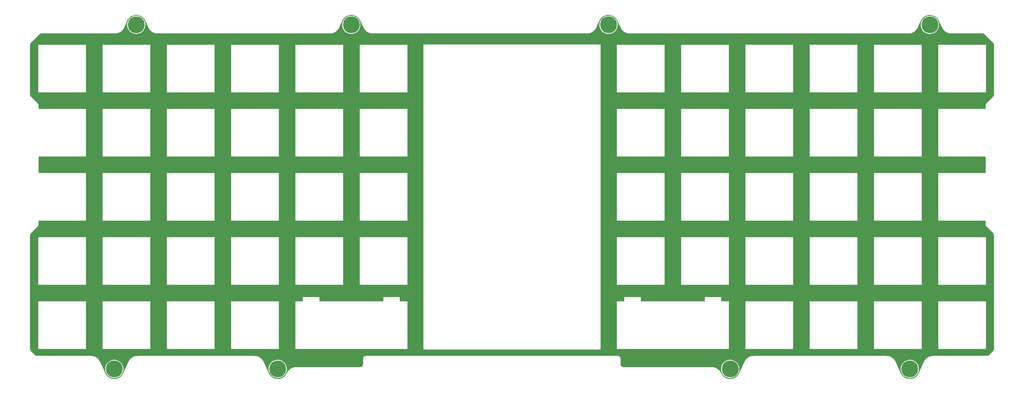
<source format=gtl>
G04 #@! TF.GenerationSoftware,KiCad,Pcbnew,(6.0.7-1)-1*
G04 #@! TF.CreationDate,2022-11-07T11:39:13+01:00*
G04 #@! TF.ProjectId,frog-mini,66726f67-2d6d-4696-9e69-2e6b69636164,rev?*
G04 #@! TF.SameCoordinates,Original*
G04 #@! TF.FileFunction,Copper,L1,Top*
G04 #@! TF.FilePolarity,Positive*
%FSLAX46Y46*%
G04 Gerber Fmt 4.6, Leading zero omitted, Abs format (unit mm)*
G04 Created by KiCad (PCBNEW (6.0.7-1)-1) date 2022-11-07 11:39:13*
%MOMM*%
%LPD*%
G01*
G04 APERTURE LIST*
G04 #@! TA.AperFunction,ConnectorPad*
%ADD10C,5.000000*%
G04 #@! TD*
G04 #@! TA.AperFunction,ComponentPad*
%ADD11C,3.400000*%
G04 #@! TD*
G04 APERTURE END LIST*
D10*
G04 #@! TO.P,REF\u002A\u002A,1*
G04 #@! TO.N,N/C*
X17272000Y-146939000D03*
D11*
X17272000Y-146939000D03*
G04 #@! TD*
D10*
G04 #@! TO.P,REF\u002A\u002A,1*
G04 #@! TO.N,N/C*
X253009400Y-146913600D03*
D11*
X253009400Y-146913600D03*
G04 #@! TD*
D10*
G04 #@! TO.P,REF\u002A\u002A,1*
G04 #@! TO.N,N/C*
X199771000Y-146913600D03*
D11*
X199771000Y-146913600D03*
G04 #@! TD*
D10*
G04 #@! TO.P,REF\u002A\u002A,1*
G04 #@! TO.N,N/C*
X23774400Y-44729400D03*
D11*
X23774400Y-44729400D03*
G04 #@! TD*
D10*
G04 #@! TO.P,REF\u002A\u002A,1*
G04 #@! TO.N,N/C*
X87503000Y-44754800D03*
D11*
X87503000Y-44754800D03*
G04 #@! TD*
D10*
G04 #@! TO.P,REF\u002A\u002A,1*
G04 #@! TO.N,N/C*
X163728400Y-44754800D03*
D11*
X163728400Y-44754800D03*
G04 #@! TD*
D10*
G04 #@! TO.P,REF\u002A\u002A,1*
G04 #@! TO.N,N/C*
X258953000Y-44754800D03*
D11*
X258953000Y-44754800D03*
G04 #@! TD*
D10*
G04 #@! TO.P,REF\u002A\u002A,1*
G04 #@! TO.N,N/C*
X65709800Y-146888200D03*
D11*
X65709800Y-146888200D03*
G04 #@! TD*
G04 #@! TA.AperFunction,NonConductor*
G36*
X23938274Y-41797031D02*
G01*
X24255478Y-41831637D01*
X24256732Y-41831843D01*
X24568316Y-41900649D01*
X24569540Y-41900990D01*
X24871823Y-42003182D01*
X24873003Y-42003654D01*
X25162416Y-42138026D01*
X25163536Y-42138622D01*
X25271215Y-42203658D01*
X25436673Y-42303592D01*
X25437723Y-42304307D01*
X25691354Y-42497925D01*
X25692321Y-42498750D01*
X25728363Y-42533053D01*
X25920672Y-42716082D01*
X25923456Y-42718732D01*
X25924328Y-42719657D01*
X26130244Y-42963413D01*
X26131010Y-42964427D01*
X26309272Y-43229072D01*
X26309924Y-43230163D01*
X26452545Y-43501382D01*
X26453357Y-43502927D01*
X26454693Y-43507937D01*
X26454950Y-43514883D01*
X26456656Y-43516467D01*
X26461054Y-43520551D01*
X26463761Y-43524321D01*
X26715977Y-44084400D01*
X27336366Y-45462054D01*
X27354245Y-45501757D01*
X27355269Y-45506126D01*
X27355593Y-45514882D01*
X27355831Y-45515103D01*
X27356827Y-45517009D01*
X27502257Y-45795253D01*
X27502262Y-45795261D01*
X27502395Y-45795516D01*
X27502558Y-45795762D01*
X27502561Y-45795767D01*
X27610063Y-45957947D01*
X27677374Y-46059495D01*
X27878746Y-46303936D01*
X28104347Y-46526212D01*
X28104577Y-46526396D01*
X28104584Y-46526402D01*
X28244959Y-46638587D01*
X28351751Y-46723933D01*
X28351994Y-46724089D01*
X28352001Y-46724094D01*
X28618043Y-46894811D01*
X28618052Y-46894816D01*
X28618298Y-46894974D01*
X28901123Y-47037495D01*
X29114063Y-47118386D01*
X29140392Y-47128388D01*
X29197186Y-47149963D01*
X29197479Y-47150041D01*
X29197486Y-47150043D01*
X29503011Y-47231094D01*
X29503019Y-47231096D01*
X29503303Y-47231171D01*
X29503592Y-47231216D01*
X29503600Y-47231218D01*
X29815882Y-47280199D01*
X29815886Y-47280199D01*
X29816183Y-47280246D01*
X30132157Y-47296642D01*
X30132463Y-47296769D01*
X30134616Y-47295877D01*
X30134619Y-47295876D01*
X30140357Y-47293499D01*
X30144835Y-47292608D01*
X81135089Y-47292608D01*
X81139567Y-47293499D01*
X81145308Y-47295877D01*
X81147461Y-47296769D01*
X81147715Y-47296664D01*
X81463742Y-47280262D01*
X81464039Y-47280215D01*
X81464043Y-47280215D01*
X81776325Y-47231233D01*
X81776333Y-47231231D01*
X81776622Y-47231186D01*
X81776905Y-47231111D01*
X81776914Y-47231109D01*
X82082439Y-47150055D01*
X82082446Y-47150053D01*
X82082739Y-47149975D01*
X82083066Y-47149851D01*
X82378512Y-47037614D01*
X82378802Y-47037504D01*
X82661627Y-46894981D01*
X82661873Y-46894823D01*
X82661882Y-46894818D01*
X82927924Y-46724100D01*
X82927932Y-46724094D01*
X82928174Y-46723939D01*
X82928412Y-46723749D01*
X83175341Y-46526406D01*
X83175348Y-46526400D01*
X83175578Y-46526216D01*
X83401178Y-46303939D01*
X83602549Y-46059496D01*
X83669860Y-45957947D01*
X83777361Y-45795767D01*
X83777364Y-45795762D01*
X83777527Y-45795516D01*
X83777660Y-45795261D01*
X83777665Y-45795253D01*
X83879894Y-45599662D01*
X83924088Y-45515108D01*
X83924331Y-45514882D01*
X83924655Y-45506126D01*
X83925679Y-45501757D01*
X83983847Y-45372589D01*
X84274809Y-44726469D01*
X84797712Y-44726469D01*
X84813902Y-45051679D01*
X84869045Y-45372589D01*
X84869145Y-45372923D01*
X84869147Y-45372932D01*
X84912265Y-45517108D01*
X84962341Y-45684549D01*
X85092439Y-45983042D01*
X85257455Y-46263744D01*
X85257668Y-46264024D01*
X85257670Y-46264026D01*
X85291544Y-46308411D01*
X85454998Y-46522588D01*
X85682208Y-46755825D01*
X85682478Y-46756043D01*
X85682483Y-46756047D01*
X85855137Y-46895112D01*
X85935792Y-46960076D01*
X85936080Y-46960256D01*
X85936082Y-46960257D01*
X85972253Y-46982815D01*
X86212078Y-47132383D01*
X86212392Y-47132530D01*
X86212398Y-47132533D01*
X86506746Y-47270103D01*
X86507063Y-47270251D01*
X86610716Y-47304230D01*
X86738992Y-47346281D01*
X86816474Y-47371681D01*
X86957581Y-47399749D01*
X87135482Y-47435136D01*
X87135486Y-47435136D01*
X87135830Y-47435205D01*
X87460505Y-47459902D01*
X87460866Y-47459886D01*
X87460871Y-47459886D01*
X87785438Y-47445431D01*
X87785440Y-47445431D01*
X87785795Y-47445415D01*
X88106989Y-47391954D01*
X88107326Y-47391855D01*
X88107331Y-47391854D01*
X88392130Y-47308303D01*
X88419434Y-47300293D01*
X88466204Y-47280199D01*
X88718291Y-47171894D01*
X88718298Y-47171890D01*
X88718604Y-47171759D01*
X88718894Y-47171590D01*
X88718901Y-47171587D01*
X88999857Y-47008394D01*
X88999858Y-47008393D01*
X89000165Y-47008215D01*
X89260040Y-46812030D01*
X89494464Y-46586045D01*
X89515368Y-46560369D01*
X89607125Y-46447662D01*
X89700040Y-46333533D01*
X89718715Y-46303936D01*
X89872790Y-46059742D01*
X89873792Y-46058154D01*
X89885979Y-46032432D01*
X89998102Y-45795767D01*
X90013202Y-45763895D01*
X90116251Y-45455018D01*
X90116319Y-45454686D01*
X90116321Y-45454678D01*
X90181374Y-45136350D01*
X90181446Y-45135999D01*
X90207843Y-44811458D01*
X90208436Y-44754800D01*
X90206892Y-44729184D01*
X90188862Y-44430117D01*
X90188861Y-44430109D01*
X90188841Y-44429777D01*
X90130342Y-44109463D01*
X90033784Y-43798496D01*
X90022396Y-43773096D01*
X89900710Y-43501701D01*
X89900567Y-43501382D01*
X89732621Y-43222424D01*
X89532377Y-42965663D01*
X89302738Y-42734818D01*
X89283507Y-42719657D01*
X89047303Y-42533449D01*
X89047029Y-42533233D01*
X88990426Y-42498750D01*
X88769254Y-42364012D01*
X88768954Y-42363829D01*
X88472542Y-42229058D01*
X88472211Y-42228953D01*
X88472205Y-42228951D01*
X88162430Y-42130982D01*
X88162428Y-42130982D01*
X88162085Y-42130873D01*
X87842081Y-42070697D01*
X87834979Y-42070231D01*
X87517521Y-42049424D01*
X87517517Y-42049424D01*
X87517166Y-42049401D01*
X87192045Y-42067294D01*
X86871429Y-42124115D01*
X86871099Y-42124216D01*
X86871093Y-42124217D01*
X86643635Y-42193542D01*
X86559961Y-42219044D01*
X86262153Y-42350703D01*
X86261854Y-42350881D01*
X86261848Y-42350884D01*
X86239782Y-42364012D01*
X85982319Y-42517186D01*
X85982049Y-42517394D01*
X85982042Y-42517399D01*
X85814279Y-42646828D01*
X85724513Y-42716082D01*
X85492469Y-42944510D01*
X85289548Y-43199160D01*
X85289362Y-43199462D01*
X85289359Y-43199466D01*
X85224122Y-43305301D01*
X85118690Y-43476344D01*
X85100193Y-43516467D01*
X84994079Y-43746647D01*
X84982369Y-43772047D01*
X84973852Y-43798496D01*
X84882668Y-44081648D01*
X84882666Y-44081656D01*
X84882560Y-44081985D01*
X84882494Y-44082326D01*
X84882492Y-44082334D01*
X84877178Y-44109800D01*
X84820709Y-44401670D01*
X84820684Y-44402025D01*
X84799535Y-44700728D01*
X84797712Y-44726469D01*
X84274809Y-44726469D01*
X84816162Y-43524321D01*
X84818868Y-43520552D01*
X84823269Y-43516466D01*
X84824974Y-43514883D01*
X84825231Y-43507937D01*
X84826567Y-43502927D01*
X84827380Y-43501382D01*
X84970000Y-43230163D01*
X84970652Y-43229072D01*
X85148914Y-42964427D01*
X85149680Y-42963413D01*
X85355596Y-42719657D01*
X85356468Y-42718732D01*
X85359253Y-42716082D01*
X85551561Y-42533053D01*
X85587603Y-42498750D01*
X85588570Y-42497925D01*
X85842201Y-42304307D01*
X85843251Y-42303592D01*
X86008709Y-42203658D01*
X86116388Y-42138622D01*
X86117508Y-42138026D01*
X86406921Y-42003654D01*
X86408101Y-42003182D01*
X86710384Y-41900990D01*
X86711608Y-41900649D01*
X87023192Y-41831843D01*
X87024446Y-41831637D01*
X87341650Y-41797031D01*
X87342919Y-41796962D01*
X87662005Y-41796962D01*
X87663274Y-41797031D01*
X87980478Y-41831637D01*
X87981732Y-41831843D01*
X88293316Y-41900649D01*
X88294540Y-41900990D01*
X88596823Y-42003182D01*
X88598003Y-42003654D01*
X88887416Y-42138026D01*
X88888536Y-42138622D01*
X88996215Y-42203658D01*
X89161673Y-42303592D01*
X89162723Y-42304307D01*
X89416354Y-42497925D01*
X89417321Y-42498750D01*
X89453363Y-42533053D01*
X89645672Y-42716082D01*
X89648456Y-42718732D01*
X89649328Y-42719657D01*
X89855244Y-42963413D01*
X89856010Y-42964427D01*
X90034272Y-43229072D01*
X90034924Y-43230163D01*
X90177545Y-43501382D01*
X90178357Y-43502927D01*
X90179693Y-43507937D01*
X90179950Y-43514883D01*
X90181656Y-43516467D01*
X90186054Y-43520551D01*
X90188761Y-43524321D01*
X90440977Y-44084400D01*
X91061366Y-45462054D01*
X91079245Y-45501757D01*
X91080269Y-45506126D01*
X91080593Y-45514882D01*
X91080831Y-45515103D01*
X91081827Y-45517009D01*
X91227257Y-45795253D01*
X91227262Y-45795261D01*
X91227395Y-45795516D01*
X91227558Y-45795762D01*
X91227561Y-45795767D01*
X91335063Y-45957947D01*
X91402374Y-46059495D01*
X91603746Y-46303936D01*
X91829347Y-46526212D01*
X91829577Y-46526396D01*
X91829584Y-46526402D01*
X91969959Y-46638587D01*
X92076751Y-46723933D01*
X92076994Y-46724089D01*
X92077001Y-46724094D01*
X92343043Y-46894811D01*
X92343052Y-46894816D01*
X92343298Y-46894974D01*
X92626123Y-47037495D01*
X92839063Y-47118386D01*
X92865392Y-47128388D01*
X92922186Y-47149963D01*
X92922479Y-47150041D01*
X92922486Y-47150043D01*
X93228011Y-47231094D01*
X93228019Y-47231096D01*
X93228303Y-47231171D01*
X93228592Y-47231216D01*
X93228600Y-47231218D01*
X93540882Y-47280199D01*
X93540886Y-47280199D01*
X93541183Y-47280246D01*
X93857157Y-47296642D01*
X93857463Y-47296769D01*
X93859616Y-47295877D01*
X93859619Y-47295876D01*
X93865357Y-47293499D01*
X93869835Y-47292608D01*
X157335089Y-47292608D01*
X157339567Y-47293499D01*
X157345308Y-47295877D01*
X157347461Y-47296769D01*
X157347715Y-47296664D01*
X157663742Y-47280262D01*
X157664039Y-47280215D01*
X157664043Y-47280215D01*
X157976325Y-47231233D01*
X157976333Y-47231231D01*
X157976622Y-47231186D01*
X157976905Y-47231111D01*
X157976914Y-47231109D01*
X158282439Y-47150055D01*
X158282446Y-47150053D01*
X158282739Y-47149975D01*
X158283066Y-47149851D01*
X158578512Y-47037614D01*
X158578802Y-47037504D01*
X158861627Y-46894981D01*
X158861873Y-46894823D01*
X158861882Y-46894818D01*
X159127924Y-46724100D01*
X159127932Y-46724094D01*
X159128174Y-46723939D01*
X159128412Y-46723749D01*
X159375341Y-46526406D01*
X159375348Y-46526400D01*
X159375578Y-46526216D01*
X159601178Y-46303939D01*
X159802549Y-46059496D01*
X159869860Y-45957947D01*
X159977361Y-45795767D01*
X159977364Y-45795762D01*
X159977527Y-45795516D01*
X159977660Y-45795261D01*
X159977665Y-45795253D01*
X160079894Y-45599662D01*
X160124088Y-45515108D01*
X160124331Y-45514882D01*
X160124655Y-45506126D01*
X160125679Y-45501757D01*
X160183847Y-45372589D01*
X160474809Y-44726469D01*
X161023112Y-44726469D01*
X161039302Y-45051679D01*
X161094445Y-45372589D01*
X161094545Y-45372923D01*
X161094547Y-45372932D01*
X161137665Y-45517108D01*
X161187741Y-45684549D01*
X161317839Y-45983042D01*
X161482855Y-46263744D01*
X161483068Y-46264024D01*
X161483070Y-46264026D01*
X161516944Y-46308411D01*
X161680398Y-46522588D01*
X161907608Y-46755825D01*
X161907878Y-46756043D01*
X161907883Y-46756047D01*
X162080537Y-46895112D01*
X162161192Y-46960076D01*
X162161480Y-46960256D01*
X162161482Y-46960257D01*
X162197653Y-46982815D01*
X162437478Y-47132383D01*
X162437792Y-47132530D01*
X162437798Y-47132533D01*
X162732146Y-47270103D01*
X162732463Y-47270251D01*
X162836116Y-47304230D01*
X162964392Y-47346281D01*
X163041874Y-47371681D01*
X163182981Y-47399749D01*
X163360882Y-47435136D01*
X163360886Y-47435136D01*
X163361230Y-47435205D01*
X163685905Y-47459902D01*
X163686266Y-47459886D01*
X163686271Y-47459886D01*
X164010838Y-47445431D01*
X164010840Y-47445431D01*
X164011195Y-47445415D01*
X164332389Y-47391954D01*
X164332726Y-47391855D01*
X164332731Y-47391854D01*
X164617530Y-47308303D01*
X164644834Y-47300293D01*
X164691604Y-47280199D01*
X164943691Y-47171894D01*
X164943698Y-47171890D01*
X164944004Y-47171759D01*
X164944294Y-47171590D01*
X164944301Y-47171587D01*
X165225257Y-47008394D01*
X165225258Y-47008393D01*
X165225565Y-47008215D01*
X165485440Y-46812030D01*
X165719864Y-46586045D01*
X165740768Y-46560369D01*
X165832525Y-46447662D01*
X165925440Y-46333533D01*
X165944115Y-46303936D01*
X166098190Y-46059742D01*
X166099192Y-46058154D01*
X166111379Y-46032432D01*
X166223502Y-45795767D01*
X166238602Y-45763895D01*
X166341651Y-45455018D01*
X166341719Y-45454686D01*
X166341721Y-45454678D01*
X166406774Y-45136350D01*
X166406846Y-45135999D01*
X166433243Y-44811458D01*
X166433836Y-44754800D01*
X166432292Y-44729184D01*
X166414262Y-44430117D01*
X166414261Y-44430109D01*
X166414241Y-44429777D01*
X166355742Y-44109463D01*
X166259184Y-43798496D01*
X166247796Y-43773096D01*
X166126110Y-43501701D01*
X166125967Y-43501382D01*
X165958021Y-43222424D01*
X165757777Y-42965663D01*
X165528138Y-42734818D01*
X165508907Y-42719657D01*
X165272703Y-42533449D01*
X165272429Y-42533233D01*
X165215826Y-42498750D01*
X164994654Y-42364012D01*
X164994354Y-42363829D01*
X164697942Y-42229058D01*
X164697611Y-42228953D01*
X164697605Y-42228951D01*
X164387830Y-42130982D01*
X164387828Y-42130982D01*
X164387485Y-42130873D01*
X164067481Y-42070697D01*
X164060379Y-42070231D01*
X163742921Y-42049424D01*
X163742917Y-42049424D01*
X163742566Y-42049401D01*
X163417445Y-42067294D01*
X163096829Y-42124115D01*
X163096499Y-42124216D01*
X163096493Y-42124217D01*
X162869035Y-42193542D01*
X162785361Y-42219044D01*
X162487553Y-42350703D01*
X162487254Y-42350881D01*
X162487248Y-42350884D01*
X162465182Y-42364012D01*
X162207719Y-42517186D01*
X162207449Y-42517394D01*
X162207442Y-42517399D01*
X162039679Y-42646828D01*
X161949913Y-42716082D01*
X161717869Y-42944510D01*
X161514948Y-43199160D01*
X161514762Y-43199462D01*
X161514759Y-43199466D01*
X161449522Y-43305301D01*
X161344090Y-43476344D01*
X161325593Y-43516467D01*
X161219479Y-43746647D01*
X161207769Y-43772047D01*
X161199252Y-43798496D01*
X161108068Y-44081648D01*
X161108066Y-44081656D01*
X161107960Y-44081985D01*
X161107894Y-44082326D01*
X161107892Y-44082334D01*
X161102578Y-44109800D01*
X161046109Y-44401670D01*
X161046084Y-44402025D01*
X161024935Y-44700728D01*
X161023112Y-44726469D01*
X160474809Y-44726469D01*
X161016162Y-43524321D01*
X161018868Y-43520552D01*
X161023269Y-43516466D01*
X161024974Y-43514883D01*
X161025231Y-43507937D01*
X161026567Y-43502927D01*
X161027380Y-43501382D01*
X161170000Y-43230163D01*
X161170652Y-43229072D01*
X161348914Y-42964427D01*
X161349680Y-42963413D01*
X161555596Y-42719657D01*
X161556468Y-42718732D01*
X161559253Y-42716082D01*
X161751561Y-42533053D01*
X161787603Y-42498750D01*
X161788570Y-42497925D01*
X162042201Y-42304307D01*
X162043251Y-42303592D01*
X162208709Y-42203658D01*
X162316388Y-42138622D01*
X162317508Y-42138026D01*
X162606921Y-42003654D01*
X162608101Y-42003182D01*
X162910384Y-41900990D01*
X162911608Y-41900649D01*
X163223192Y-41831843D01*
X163224446Y-41831637D01*
X163541650Y-41797031D01*
X163542919Y-41796962D01*
X163862005Y-41796962D01*
X163863274Y-41797031D01*
X164180478Y-41831637D01*
X164181732Y-41831843D01*
X164493316Y-41900649D01*
X164494540Y-41900990D01*
X164796823Y-42003182D01*
X164798003Y-42003654D01*
X165087416Y-42138026D01*
X165088536Y-42138622D01*
X165196215Y-42203658D01*
X165361673Y-42303592D01*
X165362723Y-42304307D01*
X165616354Y-42497925D01*
X165617321Y-42498750D01*
X165653363Y-42533053D01*
X165845672Y-42716082D01*
X165848456Y-42718732D01*
X165849328Y-42719657D01*
X166055244Y-42963413D01*
X166056010Y-42964427D01*
X166234272Y-43229072D01*
X166234924Y-43230163D01*
X166377545Y-43501382D01*
X166378357Y-43502927D01*
X166379693Y-43507937D01*
X166379950Y-43514883D01*
X166381656Y-43516467D01*
X166386054Y-43520551D01*
X166388761Y-43524321D01*
X166640977Y-44084400D01*
X167261366Y-45462054D01*
X167279245Y-45501757D01*
X167280269Y-45506126D01*
X167280593Y-45514882D01*
X167280831Y-45515103D01*
X167281827Y-45517009D01*
X167427257Y-45795253D01*
X167427262Y-45795261D01*
X167427395Y-45795516D01*
X167427558Y-45795762D01*
X167427561Y-45795767D01*
X167535063Y-45957947D01*
X167602374Y-46059495D01*
X167803746Y-46303936D01*
X168029347Y-46526212D01*
X168029577Y-46526396D01*
X168029584Y-46526402D01*
X168169959Y-46638587D01*
X168276751Y-46723933D01*
X168276994Y-46724089D01*
X168277001Y-46724094D01*
X168543043Y-46894811D01*
X168543052Y-46894816D01*
X168543298Y-46894974D01*
X168826123Y-47037495D01*
X169039063Y-47118386D01*
X169065392Y-47128388D01*
X169122186Y-47149963D01*
X169122479Y-47150041D01*
X169122486Y-47150043D01*
X169428011Y-47231094D01*
X169428019Y-47231096D01*
X169428303Y-47231171D01*
X169428592Y-47231216D01*
X169428600Y-47231218D01*
X169740882Y-47280199D01*
X169740886Y-47280199D01*
X169741183Y-47280246D01*
X170057157Y-47296642D01*
X170057463Y-47296769D01*
X170059616Y-47295877D01*
X170059619Y-47295876D01*
X170065357Y-47293499D01*
X170069835Y-47292608D01*
X252585089Y-47292608D01*
X252589567Y-47293499D01*
X252595308Y-47295877D01*
X252597461Y-47296769D01*
X252597715Y-47296664D01*
X252913742Y-47280262D01*
X252914039Y-47280215D01*
X252914043Y-47280215D01*
X253226325Y-47231233D01*
X253226333Y-47231231D01*
X253226622Y-47231186D01*
X253226905Y-47231111D01*
X253226914Y-47231109D01*
X253532439Y-47150055D01*
X253532446Y-47150053D01*
X253532739Y-47149975D01*
X253533066Y-47149851D01*
X253828512Y-47037614D01*
X253828802Y-47037504D01*
X254111627Y-46894981D01*
X254111873Y-46894823D01*
X254111882Y-46894818D01*
X254377924Y-46724100D01*
X254377932Y-46724094D01*
X254378174Y-46723939D01*
X254378412Y-46723749D01*
X254625341Y-46526406D01*
X254625348Y-46526400D01*
X254625578Y-46526216D01*
X254851178Y-46303939D01*
X255052549Y-46059496D01*
X255119860Y-45957947D01*
X255227361Y-45795767D01*
X255227364Y-45795762D01*
X255227527Y-45795516D01*
X255227660Y-45795261D01*
X255227665Y-45795253D01*
X255329894Y-45599662D01*
X255374088Y-45515108D01*
X255374331Y-45514882D01*
X255374655Y-45506126D01*
X255375679Y-45501757D01*
X255433847Y-45372589D01*
X255724809Y-44726469D01*
X256247712Y-44726469D01*
X256263902Y-45051679D01*
X256319045Y-45372589D01*
X256319145Y-45372923D01*
X256319147Y-45372932D01*
X256362265Y-45517108D01*
X256412341Y-45684549D01*
X256542439Y-45983042D01*
X256707455Y-46263744D01*
X256707668Y-46264024D01*
X256707670Y-46264026D01*
X256741544Y-46308411D01*
X256904998Y-46522588D01*
X257132208Y-46755825D01*
X257132478Y-46756043D01*
X257132483Y-46756047D01*
X257305137Y-46895112D01*
X257385792Y-46960076D01*
X257386080Y-46960256D01*
X257386082Y-46960257D01*
X257422253Y-46982815D01*
X257662078Y-47132383D01*
X257662392Y-47132530D01*
X257662398Y-47132533D01*
X257956746Y-47270103D01*
X257957063Y-47270251D01*
X258060716Y-47304230D01*
X258188992Y-47346281D01*
X258266474Y-47371681D01*
X258407581Y-47399749D01*
X258585482Y-47435136D01*
X258585486Y-47435136D01*
X258585830Y-47435205D01*
X258910505Y-47459902D01*
X258910866Y-47459886D01*
X258910871Y-47459886D01*
X259235438Y-47445431D01*
X259235440Y-47445431D01*
X259235795Y-47445415D01*
X259556989Y-47391954D01*
X259557326Y-47391855D01*
X259557331Y-47391854D01*
X259842130Y-47308303D01*
X259869434Y-47300293D01*
X259916204Y-47280199D01*
X260168291Y-47171894D01*
X260168298Y-47171890D01*
X260168604Y-47171759D01*
X260168894Y-47171590D01*
X260168901Y-47171587D01*
X260449857Y-47008394D01*
X260449858Y-47008393D01*
X260450165Y-47008215D01*
X260710040Y-46812030D01*
X260944464Y-46586045D01*
X260965368Y-46560369D01*
X261057125Y-46447662D01*
X261150040Y-46333533D01*
X261168715Y-46303936D01*
X261322790Y-46059742D01*
X261323792Y-46058154D01*
X261335979Y-46032432D01*
X261448102Y-45795767D01*
X261463202Y-45763895D01*
X261566251Y-45455018D01*
X261566319Y-45454686D01*
X261566321Y-45454678D01*
X261631374Y-45136350D01*
X261631446Y-45135999D01*
X261657843Y-44811458D01*
X261658436Y-44754800D01*
X261656892Y-44729184D01*
X261638862Y-44430117D01*
X261638861Y-44430109D01*
X261638841Y-44429777D01*
X261580342Y-44109463D01*
X261483784Y-43798496D01*
X261472396Y-43773096D01*
X261350710Y-43501701D01*
X261350567Y-43501382D01*
X261182621Y-43222424D01*
X260982377Y-42965663D01*
X260752738Y-42734818D01*
X260733507Y-42719657D01*
X260497303Y-42533449D01*
X260497029Y-42533233D01*
X260440426Y-42498750D01*
X260219254Y-42364012D01*
X260218954Y-42363829D01*
X259922542Y-42229058D01*
X259922211Y-42228953D01*
X259922205Y-42228951D01*
X259612430Y-42130982D01*
X259612428Y-42130982D01*
X259612085Y-42130873D01*
X259292081Y-42070697D01*
X259284979Y-42070231D01*
X258967521Y-42049424D01*
X258967517Y-42049424D01*
X258967166Y-42049401D01*
X258642045Y-42067294D01*
X258321429Y-42124115D01*
X258321099Y-42124216D01*
X258321093Y-42124217D01*
X258093635Y-42193542D01*
X258009961Y-42219044D01*
X257712153Y-42350703D01*
X257711854Y-42350881D01*
X257711848Y-42350884D01*
X257689782Y-42364012D01*
X257432319Y-42517186D01*
X257432049Y-42517394D01*
X257432042Y-42517399D01*
X257264279Y-42646828D01*
X257174513Y-42716082D01*
X256942469Y-42944510D01*
X256739548Y-43199160D01*
X256739362Y-43199462D01*
X256739359Y-43199466D01*
X256674122Y-43305301D01*
X256568690Y-43476344D01*
X256550193Y-43516467D01*
X256444079Y-43746647D01*
X256432369Y-43772047D01*
X256423852Y-43798496D01*
X256332668Y-44081648D01*
X256332666Y-44081656D01*
X256332560Y-44081985D01*
X256332494Y-44082326D01*
X256332492Y-44082334D01*
X256327178Y-44109800D01*
X256270709Y-44401670D01*
X256270684Y-44402025D01*
X256249535Y-44700728D01*
X256247712Y-44726469D01*
X255724809Y-44726469D01*
X256266162Y-43524321D01*
X256268868Y-43520552D01*
X256273269Y-43516466D01*
X256274974Y-43514883D01*
X256275231Y-43507937D01*
X256276567Y-43502927D01*
X256277380Y-43501382D01*
X256420000Y-43230163D01*
X256420652Y-43229072D01*
X256598914Y-42964427D01*
X256599680Y-42963413D01*
X256805596Y-42719657D01*
X256806468Y-42718732D01*
X256809253Y-42716082D01*
X257001561Y-42533053D01*
X257037603Y-42498750D01*
X257038570Y-42497925D01*
X257292201Y-42304307D01*
X257293251Y-42303592D01*
X257458709Y-42203658D01*
X257566388Y-42138622D01*
X257567508Y-42138026D01*
X257856921Y-42003654D01*
X257858101Y-42003182D01*
X258160384Y-41900990D01*
X258161608Y-41900649D01*
X258473192Y-41831843D01*
X258474446Y-41831637D01*
X258791650Y-41797031D01*
X258792919Y-41796962D01*
X259112005Y-41796962D01*
X259113274Y-41797031D01*
X259430478Y-41831637D01*
X259431732Y-41831843D01*
X259743316Y-41900649D01*
X259744540Y-41900990D01*
X260046823Y-42003182D01*
X260048003Y-42003654D01*
X260337416Y-42138026D01*
X260338536Y-42138622D01*
X260446215Y-42203658D01*
X260611673Y-42303592D01*
X260612723Y-42304307D01*
X260866354Y-42497925D01*
X260867321Y-42498750D01*
X260903363Y-42533053D01*
X261095672Y-42716082D01*
X261098456Y-42718732D01*
X261099328Y-42719657D01*
X261305244Y-42963413D01*
X261306010Y-42964427D01*
X261484272Y-43229072D01*
X261484924Y-43230163D01*
X261627545Y-43501382D01*
X261628357Y-43502927D01*
X261629693Y-43507937D01*
X261629950Y-43514883D01*
X261631656Y-43516467D01*
X261636054Y-43520551D01*
X261638761Y-43524321D01*
X261890977Y-44084400D01*
X262511366Y-45462054D01*
X262529245Y-45501757D01*
X262530269Y-45506126D01*
X262530593Y-45514882D01*
X262530831Y-45515103D01*
X262531827Y-45517009D01*
X262677257Y-45795253D01*
X262677262Y-45795261D01*
X262677395Y-45795516D01*
X262677558Y-45795762D01*
X262677561Y-45795767D01*
X262785063Y-45957947D01*
X262852374Y-46059495D01*
X263053746Y-46303936D01*
X263279347Y-46526212D01*
X263279577Y-46526396D01*
X263279584Y-46526402D01*
X263419959Y-46638587D01*
X263526751Y-46723933D01*
X263526994Y-46724089D01*
X263527001Y-46724094D01*
X263793043Y-46894811D01*
X263793052Y-46894816D01*
X263793298Y-46894974D01*
X264076123Y-47037495D01*
X264289063Y-47118386D01*
X264315392Y-47128388D01*
X264372186Y-47149963D01*
X264372479Y-47150041D01*
X264372486Y-47150043D01*
X264678011Y-47231094D01*
X264678019Y-47231096D01*
X264678303Y-47231171D01*
X264678592Y-47231216D01*
X264678600Y-47231218D01*
X264990882Y-47280199D01*
X264990886Y-47280199D01*
X264991183Y-47280246D01*
X265307157Y-47296642D01*
X265307463Y-47296769D01*
X265309616Y-47295877D01*
X265309617Y-47295877D01*
X265315344Y-47293505D01*
X265319826Y-47292614D01*
X270837543Y-47294998D01*
X274550865Y-47296602D01*
X274555338Y-47297493D01*
X274563245Y-47300769D01*
X274565394Y-47299879D01*
X274565396Y-47299879D01*
X274569091Y-47298348D01*
X274574485Y-47297493D01*
X274650823Y-47303504D01*
X274710862Y-47308231D01*
X274712675Y-47308518D01*
X274855763Y-47342871D01*
X274857509Y-47343438D01*
X274993468Y-47399749D01*
X274995104Y-47400583D01*
X275120576Y-47477463D01*
X275122061Y-47478542D01*
X275226056Y-47567347D01*
X275229267Y-47571765D01*
X275231708Y-47577656D01*
X275233857Y-47578546D01*
X275239601Y-47580925D01*
X275243398Y-47583462D01*
X277640112Y-49980176D01*
X277642648Y-49983972D01*
X277645918Y-49991867D01*
X277648067Y-49992757D01*
X277648069Y-49992759D01*
X277651763Y-49994289D01*
X277656183Y-49997499D01*
X277745028Y-50101522D01*
X277746106Y-50103007D01*
X277821023Y-50225258D01*
X277822994Y-50228475D01*
X277823826Y-50230108D01*
X277878834Y-50362910D01*
X277880136Y-50366054D01*
X277880704Y-50367800D01*
X277915055Y-50510893D01*
X277915342Y-50512706D01*
X277919357Y-50563733D01*
X277925979Y-50647880D01*
X277926074Y-50649090D01*
X277925220Y-50654483D01*
X277922801Y-50660321D01*
X277923692Y-50662472D01*
X277926071Y-50668216D01*
X277926962Y-50672693D01*
X277926962Y-65436202D01*
X277926071Y-65440679D01*
X277922801Y-65448574D01*
X277925224Y-65454422D01*
X277926078Y-65459815D01*
X277915348Y-65596190D01*
X277915061Y-65598003D01*
X277880710Y-65741096D01*
X277880143Y-65742840D01*
X277867154Y-65774200D01*
X277823834Y-65878787D01*
X277823002Y-65880421D01*
X277794478Y-65926968D01*
X277746114Y-66005892D01*
X277745035Y-66007378D01*
X277656199Y-66111389D01*
X277651781Y-66114599D01*
X277645918Y-66117028D01*
X277645028Y-66119177D01*
X277642701Y-66124794D01*
X277640131Y-66128624D01*
X275770515Y-67982242D01*
X275766758Y-67984741D01*
X275758724Y-67988072D01*
X275757834Y-67990222D01*
X275757069Y-67990988D01*
X275756559Y-67991824D01*
X275652263Y-68114433D01*
X275652026Y-68114825D01*
X275652022Y-68114830D01*
X275615185Y-68175656D01*
X275566703Y-68255710D01*
X275504794Y-68408834D01*
X275468123Y-68569877D01*
X275467172Y-68584823D01*
X275457903Y-68730419D01*
X275457651Y-68731549D01*
X275457668Y-68732559D01*
X275456813Y-68734723D01*
X275457738Y-68736855D01*
X275457738Y-68736857D01*
X275460000Y-68742070D01*
X275460966Y-68746726D01*
X275460966Y-69721176D01*
X275457539Y-69729449D01*
X275449266Y-69732876D01*
X261474463Y-69732876D01*
X261469985Y-69731985D01*
X261464242Y-69729606D01*
X261462091Y-69728715D01*
X261451191Y-69733230D01*
X261423440Y-69744725D01*
X261422549Y-69746876D01*
X261415435Y-69764051D01*
X261407430Y-69783376D01*
X261408321Y-69785527D01*
X261410700Y-69791270D01*
X261411591Y-69795748D01*
X261411591Y-83820379D01*
X261410700Y-83824857D01*
X261407430Y-83832751D01*
X261423440Y-83871402D01*
X261425591Y-83872293D01*
X261442765Y-83879407D01*
X261462091Y-83887412D01*
X261469985Y-83884142D01*
X261474463Y-83883251D01*
X275449266Y-83883251D01*
X275457539Y-83886678D01*
X275460966Y-83894951D01*
X275460966Y-88771256D01*
X275457539Y-88779529D01*
X275449266Y-88782956D01*
X261474463Y-88782956D01*
X261469985Y-88782065D01*
X261464242Y-88779686D01*
X261462091Y-88778795D01*
X261451191Y-88783310D01*
X261423440Y-88794805D01*
X261422549Y-88796956D01*
X261415435Y-88814130D01*
X261407430Y-88833456D01*
X261408321Y-88835607D01*
X261410700Y-88841350D01*
X261411591Y-88845828D01*
X261411591Y-102870459D01*
X261410700Y-102874937D01*
X261407430Y-102882831D01*
X261423440Y-102921482D01*
X261425591Y-102922373D01*
X261442765Y-102929487D01*
X261462091Y-102937492D01*
X261469985Y-102934222D01*
X261474463Y-102933331D01*
X275449266Y-102933331D01*
X275457539Y-102936758D01*
X275460966Y-102945031D01*
X275460966Y-103919481D01*
X275460000Y-103924137D01*
X275456813Y-103931485D01*
X275457669Y-103933650D01*
X275457653Y-103934599D01*
X275457938Y-103935878D01*
X275468152Y-104096326D01*
X275504824Y-104257363D01*
X275504998Y-104257793D01*
X275547838Y-104363750D01*
X275566732Y-104410482D01*
X275599798Y-104465081D01*
X275652049Y-104551358D01*
X275652053Y-104551363D01*
X275652290Y-104551755D01*
X275652590Y-104552108D01*
X275652591Y-104552109D01*
X275756517Y-104674281D01*
X275757121Y-104675270D01*
X275757836Y-104675986D01*
X275758725Y-104678135D01*
X275760873Y-104679026D01*
X275760875Y-104679028D01*
X275766865Y-104681512D01*
X275770591Y-104683982D01*
X277590966Y-106476231D01*
X277657595Y-106541831D01*
X277660197Y-106545690D01*
X277663371Y-106553355D01*
X277665521Y-106554246D01*
X277669217Y-106555777D01*
X277673637Y-106558988D01*
X277762480Y-106663014D01*
X277763551Y-106664489D01*
X277840442Y-106789967D01*
X277841275Y-106791603D01*
X277897581Y-106927546D01*
X277898149Y-106929292D01*
X277932500Y-107072384D01*
X277932787Y-107074197D01*
X277943521Y-107210596D01*
X277942666Y-107215990D01*
X277940255Y-107221811D01*
X277941146Y-107223962D01*
X277943519Y-107229690D01*
X277944410Y-107234173D01*
X277936792Y-121987631D01*
X277926968Y-141015513D01*
X277926079Y-141019981D01*
X277922801Y-141027894D01*
X277925206Y-141033698D01*
X277925223Y-141033740D01*
X277926078Y-141039133D01*
X277922125Y-141089361D01*
X277915345Y-141175509D01*
X277915058Y-141177322D01*
X277880704Y-141320414D01*
X277880137Y-141322158D01*
X277880136Y-141322161D01*
X277823826Y-141458102D01*
X277822993Y-141459738D01*
X277746104Y-141585205D01*
X277745025Y-141586691D01*
X277656170Y-141690723D01*
X277651750Y-141693934D01*
X277645919Y-141696349D01*
X277645029Y-141698498D01*
X277645028Y-141698499D01*
X277642600Y-141704360D01*
X277640095Y-141708124D01*
X276577528Y-142778771D01*
X276573701Y-142781339D01*
X276568074Y-142783669D01*
X276565922Y-142784560D01*
X276565031Y-142786710D01*
X276563500Y-142790406D01*
X276560289Y-142794825D01*
X276456261Y-142883656D01*
X276454776Y-142884735D01*
X276329302Y-142961617D01*
X276327666Y-142962450D01*
X276191722Y-143018757D01*
X276189977Y-143019325D01*
X276163934Y-143025577D01*
X276046886Y-143053679D01*
X276045074Y-143053966D01*
X275908667Y-143064708D01*
X275903271Y-143063854D01*
X275899609Y-143062337D01*
X275899608Y-143062337D01*
X275897459Y-143061447D01*
X275889566Y-143064717D01*
X275885088Y-143065608D01*
X259959835Y-143065608D01*
X259955357Y-143064717D01*
X259953307Y-143063868D01*
X259947463Y-143061447D01*
X259947173Y-143061567D01*
X259631183Y-143077965D01*
X259630886Y-143078012D01*
X259630882Y-143078012D01*
X259318599Y-143126992D01*
X259318591Y-143126994D01*
X259318302Y-143127039D01*
X259318018Y-143127114D01*
X259318010Y-143127116D01*
X259012485Y-143208167D01*
X259012478Y-143208169D01*
X259012185Y-143208247D01*
X258716122Y-143320717D01*
X258433297Y-143463238D01*
X258433054Y-143463394D01*
X258433042Y-143463401D01*
X258167000Y-143634118D01*
X258166993Y-143634123D01*
X258166750Y-143634279D01*
X258166516Y-143634466D01*
X257919583Y-143831811D01*
X257919576Y-143831817D01*
X257919346Y-143832001D01*
X257693746Y-144054278D01*
X257492375Y-144298721D01*
X257492204Y-144298979D01*
X257492200Y-144298985D01*
X257327218Y-144547885D01*
X257317397Y-144562701D01*
X257317264Y-144562955D01*
X257317259Y-144562964D01*
X257236618Y-144717253D01*
X257170838Y-144843107D01*
X257170593Y-144843334D01*
X257170507Y-144845664D01*
X257170267Y-144852121D01*
X257169248Y-144856480D01*
X256322099Y-146742727D01*
X255693874Y-148141524D01*
X255685618Y-148159906D01*
X255682907Y-148163686D01*
X255676825Y-148169333D01*
X255676739Y-148171659D01*
X255676568Y-148176277D01*
X255675232Y-148181288D01*
X255548368Y-148422544D01*
X255531799Y-148454053D01*
X255531147Y-148455144D01*
X255352885Y-148719789D01*
X255352119Y-148720803D01*
X255146203Y-148964559D01*
X255145334Y-148965481D01*
X255139714Y-148970830D01*
X254914196Y-149185466D01*
X254913229Y-149186291D01*
X254659598Y-149379909D01*
X254658548Y-149380624D01*
X254410318Y-149530551D01*
X254385413Y-149545593D01*
X254384293Y-149546189D01*
X254336162Y-149568536D01*
X254094878Y-149680562D01*
X254093698Y-149681034D01*
X253791415Y-149783226D01*
X253790191Y-149783567D01*
X253478607Y-149852373D01*
X253477353Y-149852579D01*
X253160149Y-149887185D01*
X253158880Y-149887254D01*
X252839794Y-149887254D01*
X252838525Y-149887185D01*
X252521321Y-149852579D01*
X252520067Y-149852373D01*
X252208483Y-149783567D01*
X252207259Y-149783226D01*
X251904976Y-149681034D01*
X251903796Y-149680562D01*
X251662512Y-149568536D01*
X251614381Y-149546189D01*
X251613261Y-149545593D01*
X251588357Y-149530551D01*
X251340126Y-149380624D01*
X251339076Y-149379909D01*
X251085445Y-149186291D01*
X251084478Y-149185466D01*
X250858960Y-148970830D01*
X250853340Y-148965481D01*
X250852471Y-148964559D01*
X250646555Y-148720803D01*
X250645789Y-148719789D01*
X250467527Y-148455144D01*
X250466875Y-148454053D01*
X250450306Y-148422544D01*
X250323442Y-148181288D01*
X250322106Y-148176277D01*
X250321935Y-148171659D01*
X250321849Y-148169333D01*
X250315767Y-148163686D01*
X250313056Y-148159906D01*
X250304801Y-148141524D01*
X249740593Y-146885269D01*
X250304112Y-146885269D01*
X250320302Y-147210479D01*
X250375445Y-147531389D01*
X250375545Y-147531723D01*
X250375547Y-147531732D01*
X250400194Y-147614144D01*
X250468741Y-147843349D01*
X250598839Y-148141842D01*
X250763855Y-148422544D01*
X250764068Y-148422824D01*
X250764070Y-148422826D01*
X250797944Y-148467211D01*
X250961398Y-148681388D01*
X251188608Y-148914625D01*
X251188878Y-148914843D01*
X251188883Y-148914847D01*
X251341022Y-149037388D01*
X251442192Y-149118876D01*
X251442480Y-149119056D01*
X251442482Y-149119057D01*
X251478653Y-149141615D01*
X251718478Y-149291183D01*
X251718792Y-149291330D01*
X251718798Y-149291333D01*
X252013146Y-149428903D01*
X252013463Y-149429051D01*
X252091272Y-149454558D01*
X252245392Y-149505081D01*
X252322874Y-149530481D01*
X252424793Y-149550754D01*
X252641882Y-149593936D01*
X252641886Y-149593936D01*
X252642230Y-149594005D01*
X252966905Y-149618702D01*
X252967266Y-149618686D01*
X252967271Y-149618686D01*
X253291838Y-149604231D01*
X253291840Y-149604231D01*
X253292195Y-149604215D01*
X253613389Y-149550754D01*
X253613726Y-149550655D01*
X253613731Y-149550654D01*
X253897211Y-149467490D01*
X253925834Y-149459093D01*
X253971755Y-149439364D01*
X254224691Y-149330694D01*
X254224698Y-149330690D01*
X254225004Y-149330559D01*
X254225294Y-149330390D01*
X254225301Y-149330387D01*
X254506257Y-149167194D01*
X254506258Y-149167193D01*
X254506565Y-149167015D01*
X254766440Y-148970830D01*
X254974257Y-148770494D01*
X255000606Y-148745094D01*
X255000608Y-148745091D01*
X255000864Y-148744845D01*
X255021768Y-148719169D01*
X255073427Y-148655715D01*
X255206440Y-148492333D01*
X255234643Y-148447635D01*
X255363977Y-148242653D01*
X255380192Y-148216954D01*
X255381111Y-148215016D01*
X255446043Y-148077959D01*
X255519602Y-147922695D01*
X255622651Y-147613818D01*
X255622719Y-147613486D01*
X255622721Y-147613478D01*
X255670441Y-147379968D01*
X255687846Y-147294799D01*
X255714243Y-146970258D01*
X255714836Y-146913600D01*
X255713292Y-146887984D01*
X255695262Y-146588917D01*
X255695261Y-146588909D01*
X255695241Y-146588577D01*
X255677714Y-146492608D01*
X255636804Y-146268600D01*
X255636802Y-146268593D01*
X255636742Y-146268263D01*
X255547971Y-145982374D01*
X255540288Y-145957630D01*
X255540286Y-145957626D01*
X255540184Y-145957296D01*
X255539861Y-145956574D01*
X255407110Y-145660501D01*
X255406967Y-145660182D01*
X255239021Y-145381224D01*
X255038777Y-145124463D01*
X254834659Y-144919273D01*
X254809392Y-144893873D01*
X254809389Y-144893870D01*
X254809138Y-144893618D01*
X254803131Y-144888882D01*
X254553703Y-144692249D01*
X254553429Y-144692033D01*
X254428824Y-144616123D01*
X254341586Y-144562978D01*
X254275354Y-144522629D01*
X253978942Y-144387858D01*
X253978611Y-144387753D01*
X253978605Y-144387751D01*
X253668830Y-144289782D01*
X253668828Y-144289782D01*
X253668485Y-144289673D01*
X253348481Y-144229497D01*
X253341379Y-144229031D01*
X253023921Y-144208224D01*
X253023917Y-144208224D01*
X253023566Y-144208201D01*
X252698445Y-144226094D01*
X252377829Y-144282915D01*
X252377499Y-144283016D01*
X252377493Y-144283017D01*
X252150035Y-144352342D01*
X252066361Y-144377844D01*
X251768553Y-144509503D01*
X251768254Y-144509681D01*
X251768248Y-144509684D01*
X251678669Y-144562978D01*
X251488719Y-144675986D01*
X251488449Y-144676194D01*
X251488442Y-144676199D01*
X251254768Y-144856478D01*
X251230913Y-144874882D01*
X250998869Y-145103310D01*
X250795948Y-145357960D01*
X250795762Y-145358262D01*
X250795759Y-145358266D01*
X250745404Y-145439958D01*
X250625090Y-145635144D01*
X250613229Y-145660872D01*
X250495649Y-145915924D01*
X250488769Y-145930847D01*
X250476361Y-145969377D01*
X250389068Y-146240448D01*
X250389066Y-146240456D01*
X250388960Y-146240785D01*
X250388894Y-146241126D01*
X250388892Y-146241134D01*
X250357389Y-146403963D01*
X250327109Y-146560470D01*
X250321003Y-146646715D01*
X250304462Y-146880332D01*
X250304112Y-146885269D01*
X249740593Y-146885269D01*
X249676575Y-146742727D01*
X248829426Y-144856480D01*
X248828407Y-144852121D01*
X248828167Y-144845662D01*
X248828081Y-144843335D01*
X248827748Y-144843026D01*
X248681248Y-144562717D01*
X248681080Y-144562464D01*
X248681075Y-144562455D01*
X248506446Y-144298989D01*
X248506443Y-144298985D01*
X248506277Y-144298734D01*
X248470147Y-144254874D01*
X248305109Y-144054528D01*
X248305106Y-144054525D01*
X248304911Y-144054288D01*
X248304666Y-144054046D01*
X248111882Y-143864097D01*
X248079315Y-143832009D01*
X247938712Y-143719637D01*
X247832144Y-143634467D01*
X247832143Y-143634466D01*
X247831915Y-143634284D01*
X247714340Y-143558836D01*
X247565625Y-143463405D01*
X247565616Y-143463400D01*
X247565370Y-143463242D01*
X247282547Y-143320719D01*
X247043318Y-143229839D01*
X246986780Y-143208361D01*
X246986779Y-143208361D01*
X246986485Y-143208249D01*
X246986192Y-143208171D01*
X246986185Y-143208169D01*
X246680661Y-143127118D01*
X246680653Y-143127116D01*
X246680369Y-143127041D01*
X246680080Y-143126996D01*
X246680072Y-143126994D01*
X246367791Y-143078015D01*
X246367787Y-143078015D01*
X246367490Y-143077968D01*
X246051516Y-143061574D01*
X246051210Y-143061447D01*
X246045399Y-143063854D01*
X246043316Y-143064717D01*
X246038838Y-143065608D01*
X206739835Y-143065608D01*
X206735357Y-143064717D01*
X206733307Y-143063868D01*
X206727463Y-143061447D01*
X206727173Y-143061567D01*
X206411183Y-143077965D01*
X206410886Y-143078012D01*
X206410882Y-143078012D01*
X206098599Y-143126992D01*
X206098591Y-143126994D01*
X206098302Y-143127039D01*
X206098018Y-143127114D01*
X206098010Y-143127116D01*
X205792485Y-143208167D01*
X205792478Y-143208169D01*
X205792185Y-143208247D01*
X205496122Y-143320717D01*
X205213297Y-143463238D01*
X205213054Y-143463394D01*
X205213042Y-143463401D01*
X204947000Y-143634118D01*
X204946993Y-143634123D01*
X204946750Y-143634279D01*
X204946516Y-143634466D01*
X204699583Y-143831811D01*
X204699576Y-143831817D01*
X204699346Y-143832001D01*
X204473746Y-144054278D01*
X204272375Y-144298721D01*
X204272204Y-144298979D01*
X204272200Y-144298985D01*
X204107218Y-144547885D01*
X204097397Y-144562701D01*
X204097264Y-144562955D01*
X204097259Y-144562964D01*
X204016618Y-144717253D01*
X203950838Y-144843107D01*
X203950593Y-144843334D01*
X203950507Y-144845664D01*
X203950267Y-144852121D01*
X203949248Y-144856480D01*
X203102099Y-146742727D01*
X202473874Y-148141524D01*
X202465618Y-148159906D01*
X202462907Y-148163686D01*
X202456825Y-148169333D01*
X202456739Y-148171659D01*
X202456568Y-148176277D01*
X202455232Y-148181288D01*
X202328368Y-148422544D01*
X202311799Y-148454053D01*
X202311147Y-148455144D01*
X202132885Y-148719789D01*
X202132119Y-148720803D01*
X201926203Y-148964559D01*
X201925334Y-148965481D01*
X201919714Y-148970830D01*
X201694196Y-149185466D01*
X201693229Y-149186291D01*
X201439598Y-149379909D01*
X201438548Y-149380624D01*
X201190318Y-149530551D01*
X201165413Y-149545593D01*
X201164293Y-149546189D01*
X201116162Y-149568536D01*
X200874878Y-149680562D01*
X200873698Y-149681034D01*
X200571415Y-149783226D01*
X200570191Y-149783567D01*
X200258607Y-149852373D01*
X200257353Y-149852579D01*
X199940149Y-149887185D01*
X199938880Y-149887254D01*
X199619794Y-149887254D01*
X199618525Y-149887185D01*
X199301321Y-149852579D01*
X199300067Y-149852373D01*
X198988483Y-149783567D01*
X198987259Y-149783226D01*
X198684976Y-149681034D01*
X198683796Y-149680562D01*
X198442512Y-149568536D01*
X198394381Y-149546189D01*
X198393261Y-149545593D01*
X198368357Y-149530551D01*
X198120126Y-149380624D01*
X198119076Y-149379909D01*
X197865445Y-149186291D01*
X197864478Y-149185466D01*
X197638960Y-148970830D01*
X197633340Y-148965481D01*
X197632471Y-148964559D01*
X197426555Y-148720803D01*
X197425789Y-148719789D01*
X197247527Y-148455144D01*
X197246875Y-148454053D01*
X197103446Y-148181295D01*
X197102110Y-148176281D01*
X197101948Y-148171893D01*
X197101854Y-148169343D01*
X197101849Y-148169339D01*
X197101849Y-148169333D01*
X197101546Y-148169052D01*
X197100435Y-148166924D01*
X196955213Y-147888957D01*
X196955071Y-147888685D01*
X196780125Y-147624670D01*
X196682660Y-147506332D01*
X196578972Y-147380438D01*
X196578967Y-147380432D01*
X196578773Y-147380197D01*
X196353181Y-147157895D01*
X196352931Y-147157695D01*
X196106018Y-146960349D01*
X196106013Y-146960345D01*
X196105776Y-146960156D01*
X196081936Y-146944858D01*
X195989075Y-146885269D01*
X197065712Y-146885269D01*
X197081902Y-147210479D01*
X197137045Y-147531389D01*
X197137145Y-147531723D01*
X197137147Y-147531732D01*
X197161794Y-147614144D01*
X197230341Y-147843349D01*
X197360439Y-148141842D01*
X197525455Y-148422544D01*
X197525668Y-148422824D01*
X197525670Y-148422826D01*
X197559544Y-148467211D01*
X197722998Y-148681388D01*
X197950208Y-148914625D01*
X197950478Y-148914843D01*
X197950483Y-148914847D01*
X198102622Y-149037388D01*
X198203792Y-149118876D01*
X198204080Y-149119056D01*
X198204082Y-149119057D01*
X198240253Y-149141615D01*
X198480078Y-149291183D01*
X198480392Y-149291330D01*
X198480398Y-149291333D01*
X198774746Y-149428903D01*
X198775063Y-149429051D01*
X198852872Y-149454558D01*
X199006992Y-149505081D01*
X199084474Y-149530481D01*
X199186393Y-149550754D01*
X199403482Y-149593936D01*
X199403486Y-149593936D01*
X199403830Y-149594005D01*
X199728505Y-149618702D01*
X199728866Y-149618686D01*
X199728871Y-149618686D01*
X200053438Y-149604231D01*
X200053440Y-149604231D01*
X200053795Y-149604215D01*
X200374989Y-149550754D01*
X200375326Y-149550655D01*
X200375331Y-149550654D01*
X200658811Y-149467490D01*
X200687434Y-149459093D01*
X200733355Y-149439364D01*
X200986291Y-149330694D01*
X200986298Y-149330690D01*
X200986604Y-149330559D01*
X200986894Y-149330390D01*
X200986901Y-149330387D01*
X201267857Y-149167194D01*
X201267858Y-149167193D01*
X201268165Y-149167015D01*
X201528040Y-148970830D01*
X201735857Y-148770494D01*
X201762206Y-148745094D01*
X201762208Y-148745091D01*
X201762464Y-148744845D01*
X201783368Y-148719169D01*
X201835027Y-148655715D01*
X201968040Y-148492333D01*
X201996243Y-148447635D01*
X202125577Y-148242653D01*
X202141792Y-148216954D01*
X202142711Y-148215016D01*
X202207643Y-148077959D01*
X202281202Y-147922695D01*
X202384251Y-147613818D01*
X202384319Y-147613486D01*
X202384321Y-147613478D01*
X202432041Y-147379968D01*
X202449446Y-147294799D01*
X202475843Y-146970258D01*
X202476436Y-146913600D01*
X202474892Y-146887984D01*
X202456862Y-146588917D01*
X202456861Y-146588909D01*
X202456841Y-146588577D01*
X202439314Y-146492608D01*
X202398404Y-146268600D01*
X202398402Y-146268593D01*
X202398342Y-146268263D01*
X202309571Y-145982374D01*
X202301888Y-145957630D01*
X202301886Y-145957626D01*
X202301784Y-145957296D01*
X202301461Y-145956574D01*
X202168710Y-145660501D01*
X202168567Y-145660182D01*
X202000621Y-145381224D01*
X201800377Y-145124463D01*
X201596259Y-144919273D01*
X201570992Y-144893873D01*
X201570989Y-144893870D01*
X201570738Y-144893618D01*
X201564731Y-144888882D01*
X201315303Y-144692249D01*
X201315029Y-144692033D01*
X201190424Y-144616123D01*
X201103186Y-144562978D01*
X201036954Y-144522629D01*
X200740542Y-144387858D01*
X200740211Y-144387753D01*
X200740205Y-144387751D01*
X200430430Y-144289782D01*
X200430428Y-144289782D01*
X200430085Y-144289673D01*
X200110081Y-144229497D01*
X200102979Y-144229031D01*
X199785521Y-144208224D01*
X199785517Y-144208224D01*
X199785166Y-144208201D01*
X199460045Y-144226094D01*
X199139429Y-144282915D01*
X199139099Y-144283016D01*
X199139093Y-144283017D01*
X198911635Y-144352342D01*
X198827961Y-144377844D01*
X198530153Y-144509503D01*
X198529854Y-144509681D01*
X198529848Y-144509684D01*
X198440269Y-144562978D01*
X198250319Y-144675986D01*
X198250049Y-144676194D01*
X198250042Y-144676199D01*
X198016368Y-144856478D01*
X197992513Y-144874882D01*
X197760469Y-145103310D01*
X197557548Y-145357960D01*
X197557362Y-145358262D01*
X197557359Y-145358266D01*
X197507004Y-145439958D01*
X197386690Y-145635144D01*
X197374829Y-145660872D01*
X197257249Y-145915924D01*
X197250369Y-145930847D01*
X197237961Y-145969377D01*
X197150668Y-146240448D01*
X197150666Y-146240456D01*
X197150560Y-146240785D01*
X197150494Y-146241126D01*
X197150492Y-146241134D01*
X197118989Y-146403963D01*
X197088709Y-146560470D01*
X197082603Y-146646715D01*
X197066062Y-146880332D01*
X197065712Y-146885269D01*
X195989075Y-146885269D01*
X195839479Y-146789273D01*
X195839476Y-146789271D01*
X195839220Y-146789107D01*
X195556380Y-146646589D01*
X195260299Y-146534134D01*
X195260021Y-146534060D01*
X195260014Y-146534058D01*
X195058447Y-146480607D01*
X194954163Y-146452953D01*
X194641264Y-146403919D01*
X194525967Y-146397955D01*
X194327528Y-146387691D01*
X194327527Y-146387691D01*
X194325279Y-146387575D01*
X194324970Y-146387447D01*
X194322820Y-146388338D01*
X194322818Y-146388338D01*
X194317080Y-146390716D01*
X194312600Y-146391608D01*
X168229207Y-146391608D01*
X168224730Y-146390717D01*
X168218991Y-146388340D01*
X168216835Y-146387447D01*
X168211238Y-146389766D01*
X168211187Y-146389787D01*
X168205691Y-146390634D01*
X168052963Y-146377277D01*
X168050960Y-146376923D01*
X167961382Y-146352924D01*
X167893066Y-146334621D01*
X167891150Y-146333924D01*
X167742997Y-146264844D01*
X167741230Y-146263824D01*
X167607323Y-146170066D01*
X167605761Y-146168755D01*
X167490172Y-146053172D01*
X167488861Y-146051610D01*
X167457679Y-146007079D01*
X167395097Y-145917707D01*
X167394078Y-145915943D01*
X167389184Y-145905447D01*
X167324990Y-145767788D01*
X167324293Y-145765871D01*
X167281984Y-145607979D01*
X167281630Y-145605971D01*
X167268276Y-145453345D01*
X167269121Y-145447849D01*
X167270608Y-145444259D01*
X167270608Y-145444257D01*
X167271498Y-145442108D01*
X167268228Y-145434214D01*
X167267337Y-145429736D01*
X167267337Y-143878481D01*
X167268228Y-143874003D01*
X167270607Y-143868260D01*
X167271498Y-143866109D01*
X167271061Y-143865054D01*
X167270880Y-143863208D01*
X167255769Y-143709763D01*
X167255768Y-143709756D01*
X167255712Y-143709188D01*
X167209943Y-143558298D01*
X167135616Y-143419236D01*
X167035589Y-143297345D01*
X166958974Y-143234465D01*
X166914149Y-143197675D01*
X166914146Y-143197673D01*
X166913705Y-143197311D01*
X166774647Y-143122976D01*
X166774096Y-143122809D01*
X166774094Y-143122808D01*
X166729361Y-143109237D01*
X166623759Y-143077198D01*
X166467752Y-143061825D01*
X166466840Y-143061447D01*
X166464691Y-143062337D01*
X166464690Y-143062337D01*
X166458942Y-143064718D01*
X166454465Y-143065608D01*
X91840753Y-143065608D01*
X91836276Y-143064717D01*
X91830533Y-143062338D01*
X91830532Y-143062338D01*
X91828381Y-143061447D01*
X91827551Y-143061791D01*
X91671453Y-143077169D01*
X91566737Y-143108937D01*
X91521111Y-143122778D01*
X91521109Y-143122779D01*
X91520558Y-143122946D01*
X91381492Y-143197282D01*
X91381051Y-143197644D01*
X91381048Y-143197646D01*
X91367983Y-143208369D01*
X91259600Y-143297320D01*
X91259234Y-143297766D01*
X91259230Y-143297770D01*
X91206747Y-143361724D01*
X91159566Y-143419215D01*
X91085235Y-143558283D01*
X91085068Y-143558834D01*
X91085067Y-143558836D01*
X91073062Y-143598415D01*
X91039463Y-143709181D01*
X91039407Y-143709752D01*
X91039406Y-143709756D01*
X91028159Y-143823964D01*
X91024099Y-143865197D01*
X91023721Y-143866109D01*
X91024612Y-143868260D01*
X91024612Y-143868261D01*
X91026991Y-143874003D01*
X91027882Y-143878481D01*
X91027882Y-145429736D01*
X91026991Y-145434214D01*
X91023721Y-145442108D01*
X91024611Y-145444257D01*
X91024611Y-145444259D01*
X91026061Y-145447760D01*
X91026906Y-145453256D01*
X91013545Y-145605964D01*
X91013191Y-145607972D01*
X90970884Y-145765858D01*
X90970187Y-145767775D01*
X90943342Y-145825343D01*
X90905988Y-145905447D01*
X90901102Y-145915924D01*
X90900083Y-145917688D01*
X90889901Y-145932230D01*
X90806324Y-146051587D01*
X90805013Y-146053149D01*
X90689430Y-146168729D01*
X90687868Y-146170040D01*
X90553967Y-146263795D01*
X90552200Y-146264815D01*
X90404054Y-146333894D01*
X90402138Y-146334591D01*
X90244248Y-146376895D01*
X90242240Y-146377249D01*
X90193271Y-146381533D01*
X90089475Y-146390612D01*
X90083983Y-146389767D01*
X90078383Y-146387447D01*
X90076227Y-146388340D01*
X90070488Y-146390717D01*
X90066011Y-146391608D01*
X71192124Y-146391608D01*
X71187644Y-146390716D01*
X71181910Y-146388339D01*
X71181909Y-146388339D01*
X71179757Y-146387447D01*
X71179451Y-146387574D01*
X70863461Y-146403915D01*
X70550560Y-146452947D01*
X70409230Y-146490424D01*
X70244707Y-146534051D01*
X70244700Y-146534053D01*
X70244422Y-146534127D01*
X69948338Y-146646580D01*
X69665496Y-146789097D01*
X69665240Y-146789261D01*
X69665237Y-146789263D01*
X69580520Y-146843625D01*
X69398938Y-146960144D01*
X69398709Y-146960327D01*
X69386284Y-146970258D01*
X69151530Y-147157883D01*
X68925936Y-147380185D01*
X68925742Y-147380420D01*
X68925737Y-147380426D01*
X68780198Y-147557132D01*
X68724582Y-147624658D01*
X68549634Y-147888674D01*
X68403124Y-148169104D01*
X68402877Y-148169333D01*
X68402877Y-148169339D01*
X68402872Y-148169343D01*
X68402778Y-148171894D01*
X68402616Y-148176282D01*
X68401280Y-148181296D01*
X68257851Y-148454053D01*
X68257199Y-148455144D01*
X68078937Y-148719789D01*
X68078171Y-148720803D01*
X67872255Y-148964559D01*
X67871386Y-148965481D01*
X67865766Y-148970830D01*
X67640248Y-149185466D01*
X67639281Y-149186291D01*
X67385650Y-149379909D01*
X67384600Y-149380624D01*
X67136370Y-149530551D01*
X67111465Y-149545593D01*
X67110345Y-149546189D01*
X67062214Y-149568536D01*
X66820930Y-149680562D01*
X66819750Y-149681034D01*
X66517467Y-149783226D01*
X66516243Y-149783567D01*
X66204659Y-149852373D01*
X66203405Y-149852579D01*
X65886201Y-149887185D01*
X65884932Y-149887254D01*
X65565846Y-149887254D01*
X65564577Y-149887185D01*
X65247373Y-149852579D01*
X65246119Y-149852373D01*
X64934535Y-149783567D01*
X64933311Y-149783226D01*
X64631028Y-149681034D01*
X64629848Y-149680562D01*
X64388564Y-149568536D01*
X64340433Y-149546189D01*
X64339313Y-149545593D01*
X64314409Y-149530551D01*
X64066178Y-149380624D01*
X64065128Y-149379909D01*
X63811497Y-149186291D01*
X63810530Y-149185466D01*
X63585012Y-148970830D01*
X63579392Y-148965481D01*
X63578523Y-148964559D01*
X63372607Y-148720803D01*
X63371841Y-148719789D01*
X63193579Y-148455144D01*
X63192927Y-148454053D01*
X63176358Y-148422544D01*
X63049494Y-148181288D01*
X63048158Y-148176277D01*
X63047987Y-148171659D01*
X63047901Y-148169333D01*
X63041819Y-148163686D01*
X63039108Y-148159906D01*
X63030853Y-148141524D01*
X62455238Y-146859869D01*
X63004512Y-146859869D01*
X63020702Y-147185079D01*
X63075845Y-147505989D01*
X63075945Y-147506323D01*
X63075947Y-147506332D01*
X63111338Y-147624670D01*
X63169141Y-147817949D01*
X63299239Y-148116442D01*
X63464255Y-148397144D01*
X63464468Y-148397424D01*
X63464470Y-148397426D01*
X63483855Y-148422826D01*
X63661798Y-148655988D01*
X63889008Y-148889225D01*
X63889278Y-148889443D01*
X63889283Y-148889447D01*
X64072957Y-149037388D01*
X64142592Y-149093476D01*
X64418878Y-149265783D01*
X64419192Y-149265930D01*
X64419198Y-149265933D01*
X64611452Y-149355787D01*
X64713863Y-149403651D01*
X64791672Y-149429158D01*
X64960471Y-149484493D01*
X65023274Y-149505081D01*
X65125193Y-149525354D01*
X65342282Y-149568536D01*
X65342286Y-149568536D01*
X65342630Y-149568605D01*
X65667305Y-149593302D01*
X65667666Y-149593286D01*
X65667671Y-149593286D01*
X65992238Y-149578831D01*
X65992240Y-149578831D01*
X65992595Y-149578815D01*
X66313789Y-149525354D01*
X66314126Y-149525255D01*
X66314131Y-149525254D01*
X66555476Y-149454451D01*
X66626234Y-149433693D01*
X66695909Y-149403758D01*
X66925091Y-149305294D01*
X66925098Y-149305290D01*
X66925404Y-149305159D01*
X66925694Y-149304990D01*
X66925701Y-149304987D01*
X67206657Y-149141794D01*
X67206658Y-149141793D01*
X67206965Y-149141615D01*
X67466840Y-148945430D01*
X67674657Y-148745094D01*
X67701006Y-148719694D01*
X67701008Y-148719691D01*
X67701264Y-148719445D01*
X67711569Y-148706788D01*
X67865256Y-148518011D01*
X67906840Y-148466933D01*
X67914279Y-148455144D01*
X68048539Y-148242354D01*
X68080592Y-148191554D01*
X68085453Y-148181295D01*
X68195781Y-147948419D01*
X68220002Y-147897295D01*
X68323051Y-147588418D01*
X68323119Y-147588086D01*
X68323121Y-147588078D01*
X68377938Y-147319839D01*
X68388246Y-147269399D01*
X68414643Y-146944858D01*
X68415236Y-146888200D01*
X68414762Y-146880332D01*
X68395662Y-146563517D01*
X68395661Y-146563509D01*
X68395641Y-146563177D01*
X68385638Y-146508405D01*
X68337204Y-146243200D01*
X68337202Y-146243193D01*
X68337142Y-146242863D01*
X68248145Y-145956247D01*
X68240688Y-145932230D01*
X68240686Y-145932226D01*
X68240584Y-145931896D01*
X68240261Y-145931174D01*
X68107510Y-145635101D01*
X68107367Y-145634782D01*
X67939421Y-145355824D01*
X67739177Y-145099063D01*
X67541676Y-144900525D01*
X67509792Y-144868473D01*
X67509789Y-144868470D01*
X67509538Y-144868218D01*
X67494649Y-144856480D01*
X67254103Y-144666849D01*
X67253829Y-144666633D01*
X67170918Y-144616123D01*
X67058905Y-144547885D01*
X66975754Y-144497229D01*
X66679342Y-144362458D01*
X66679011Y-144362353D01*
X66679005Y-144362351D01*
X66369230Y-144264382D01*
X66369228Y-144264382D01*
X66368885Y-144264273D01*
X66048881Y-144204097D01*
X66041779Y-144203631D01*
X65724321Y-144182824D01*
X65724317Y-144182824D01*
X65723966Y-144182801D01*
X65398845Y-144200694D01*
X65078229Y-144257515D01*
X65077899Y-144257616D01*
X65077893Y-144257617D01*
X64889020Y-144315182D01*
X64766761Y-144352444D01*
X64468953Y-144484103D01*
X64468654Y-144484281D01*
X64468648Y-144484284D01*
X64361195Y-144548212D01*
X64189119Y-144650586D01*
X64188849Y-144650794D01*
X64188842Y-144650799D01*
X63936271Y-144845657D01*
X63931313Y-144849482D01*
X63699269Y-145077910D01*
X63496348Y-145332560D01*
X63496162Y-145332862D01*
X63496159Y-145332866D01*
X63464846Y-145383666D01*
X63325490Y-145609744D01*
X63189169Y-145905447D01*
X63172810Y-145956247D01*
X63089468Y-146215048D01*
X63089466Y-146215056D01*
X63089360Y-146215385D01*
X63089294Y-146215726D01*
X63089292Y-146215734D01*
X63052884Y-146403915D01*
X63027509Y-146535070D01*
X63004512Y-146859869D01*
X62455238Y-146859869D01*
X61555477Y-144856477D01*
X61554458Y-144852119D01*
X61554353Y-144849272D01*
X61554132Y-144843332D01*
X61553951Y-144843164D01*
X61407347Y-144562691D01*
X61232364Y-144298715D01*
X61030988Y-144054276D01*
X60885106Y-143910547D01*
X60805612Y-143832226D01*
X60805605Y-143832220D01*
X60805385Y-143832003D01*
X60557979Y-143634284D01*
X60557730Y-143634124D01*
X60557729Y-143634123D01*
X60291685Y-143463408D01*
X60291673Y-143463401D01*
X60291430Y-143463245D01*
X60008604Y-143320726D01*
X59712541Y-143208257D01*
X59712248Y-143208179D01*
X59712241Y-143208177D01*
X59406716Y-143127125D01*
X59406708Y-143127123D01*
X59406424Y-143127048D01*
X59406135Y-143127003D01*
X59406127Y-143127001D01*
X59093844Y-143078020D01*
X59093840Y-143078020D01*
X59093543Y-143077973D01*
X58777569Y-143061574D01*
X58777263Y-143061447D01*
X58771452Y-143063854D01*
X58769369Y-143064717D01*
X58764891Y-143065608D01*
X24219835Y-143065608D01*
X24215357Y-143064717D01*
X24213307Y-143063868D01*
X24207463Y-143061447D01*
X24207173Y-143061567D01*
X23891183Y-143077965D01*
X23890886Y-143078012D01*
X23890882Y-143078012D01*
X23578599Y-143126992D01*
X23578591Y-143126994D01*
X23578302Y-143127039D01*
X23578018Y-143127114D01*
X23578010Y-143127116D01*
X23272485Y-143208167D01*
X23272478Y-143208169D01*
X23272185Y-143208247D01*
X22976122Y-143320717D01*
X22693297Y-143463238D01*
X22693054Y-143463394D01*
X22693042Y-143463401D01*
X22427000Y-143634118D01*
X22426993Y-143634123D01*
X22426750Y-143634279D01*
X22426516Y-143634466D01*
X22179583Y-143831811D01*
X22179576Y-143831817D01*
X22179346Y-143832001D01*
X21953746Y-144054278D01*
X21752375Y-144298721D01*
X21752204Y-144298979D01*
X21752200Y-144298985D01*
X21587218Y-144547885D01*
X21577397Y-144562701D01*
X21577264Y-144562955D01*
X21577259Y-144562964D01*
X21496618Y-144717253D01*
X21430838Y-144843107D01*
X21430593Y-144843334D01*
X21430507Y-144845664D01*
X21430267Y-144852121D01*
X21429248Y-144856480D01*
X20582099Y-146742727D01*
X19953874Y-148141524D01*
X19945618Y-148159906D01*
X19942907Y-148163686D01*
X19936825Y-148169333D01*
X19936739Y-148171659D01*
X19936568Y-148176277D01*
X19935232Y-148181288D01*
X19808368Y-148422544D01*
X19791799Y-148454053D01*
X19791147Y-148455144D01*
X19612885Y-148719789D01*
X19612119Y-148720803D01*
X19406203Y-148964559D01*
X19405334Y-148965481D01*
X19399714Y-148970830D01*
X19174196Y-149185466D01*
X19173229Y-149186291D01*
X18919598Y-149379909D01*
X18918548Y-149380624D01*
X18670318Y-149530551D01*
X18645413Y-149545593D01*
X18644293Y-149546189D01*
X18596162Y-149568536D01*
X18354878Y-149680562D01*
X18353698Y-149681034D01*
X18051415Y-149783226D01*
X18050191Y-149783567D01*
X17738607Y-149852373D01*
X17737353Y-149852579D01*
X17420149Y-149887185D01*
X17418880Y-149887254D01*
X17099794Y-149887254D01*
X17098525Y-149887185D01*
X16781321Y-149852579D01*
X16780067Y-149852373D01*
X16468483Y-149783567D01*
X16467259Y-149783226D01*
X16164976Y-149681034D01*
X16163796Y-149680562D01*
X15922512Y-149568536D01*
X15874381Y-149546189D01*
X15873261Y-149545593D01*
X15848357Y-149530551D01*
X15600126Y-149380624D01*
X15599076Y-149379909D01*
X15345445Y-149186291D01*
X15344478Y-149185466D01*
X15118960Y-148970830D01*
X15113340Y-148965481D01*
X15112471Y-148964559D01*
X14906555Y-148720803D01*
X14905789Y-148719789D01*
X14727527Y-148455144D01*
X14726875Y-148454053D01*
X14710306Y-148422544D01*
X14583442Y-148181288D01*
X14582106Y-148176277D01*
X14581935Y-148171659D01*
X14581849Y-148169333D01*
X14575767Y-148163686D01*
X14573056Y-148159906D01*
X14564801Y-148141524D01*
X14012001Y-146910669D01*
X14566712Y-146910669D01*
X14582902Y-147235879D01*
X14638045Y-147556789D01*
X14638145Y-147557123D01*
X14638147Y-147557132D01*
X14662794Y-147639544D01*
X14731341Y-147868749D01*
X14731475Y-147869057D01*
X14731476Y-147869059D01*
X14740025Y-147888674D01*
X14861439Y-148167242D01*
X14890839Y-148217253D01*
X14996410Y-148396835D01*
X15026455Y-148447944D01*
X15026668Y-148448224D01*
X15026670Y-148448226D01*
X15060544Y-148492611D01*
X15223998Y-148706788D01*
X15451208Y-148940025D01*
X15451478Y-148940243D01*
X15451483Y-148940247D01*
X15704525Y-149144061D01*
X15704792Y-149144276D01*
X15705080Y-149144456D01*
X15705082Y-149144457D01*
X15741253Y-149167015D01*
X15981078Y-149316583D01*
X15981392Y-149316730D01*
X15981398Y-149316733D01*
X16231854Y-149433789D01*
X16276063Y-149454451D01*
X16367294Y-149484358D01*
X16555912Y-149546190D01*
X16585474Y-149555881D01*
X16687393Y-149576154D01*
X16904482Y-149619336D01*
X16904486Y-149619336D01*
X16904830Y-149619405D01*
X17229505Y-149644102D01*
X17229866Y-149644086D01*
X17229871Y-149644086D01*
X17554438Y-149629631D01*
X17554440Y-149629631D01*
X17554795Y-149629615D01*
X17875989Y-149576154D01*
X17876326Y-149576055D01*
X17876331Y-149576054D01*
X18118017Y-149505151D01*
X18188434Y-149484493D01*
X18234355Y-149464764D01*
X18487291Y-149356094D01*
X18487298Y-149356090D01*
X18487604Y-149355959D01*
X18487894Y-149355790D01*
X18487901Y-149355787D01*
X18768857Y-149192594D01*
X18768858Y-149192593D01*
X18769165Y-149192415D01*
X19029040Y-148996230D01*
X19263464Y-148770245D01*
X19284368Y-148744569D01*
X19356483Y-148655988D01*
X19469040Y-148517733D01*
X19642792Y-148242354D01*
X19654979Y-148216632D01*
X19782048Y-147948419D01*
X19782202Y-147948095D01*
X19885251Y-147639218D01*
X19885319Y-147638886D01*
X19885321Y-147638878D01*
X19928101Y-147429541D01*
X19950446Y-147320199D01*
X19976843Y-146995658D01*
X19977216Y-146959984D01*
X19977434Y-146939225D01*
X19977434Y-146939215D01*
X19977436Y-146939000D01*
X19975892Y-146913384D01*
X19957862Y-146614317D01*
X19957861Y-146614309D01*
X19957841Y-146613977D01*
X19952644Y-146585519D01*
X19899404Y-146294000D01*
X19899402Y-146293993D01*
X19899342Y-146293663D01*
X19839969Y-146102453D01*
X19802888Y-145983030D01*
X19802886Y-145983026D01*
X19802784Y-145982696D01*
X19796813Y-145969377D01*
X19669710Y-145685901D01*
X19669567Y-145685582D01*
X19501621Y-145406624D01*
X19301377Y-145149863D01*
X19071738Y-144919018D01*
X19033510Y-144888881D01*
X18816303Y-144717649D01*
X18816029Y-144717433D01*
X18732642Y-144666633D01*
X18562522Y-144562996D01*
X18537954Y-144548029D01*
X18241542Y-144413258D01*
X18241211Y-144413153D01*
X18241205Y-144413151D01*
X17931430Y-144315182D01*
X17931428Y-144315182D01*
X17931085Y-144315073D01*
X17611081Y-144254897D01*
X17603979Y-144254431D01*
X17286521Y-144233624D01*
X17286517Y-144233624D01*
X17286166Y-144233601D01*
X16961045Y-144251494D01*
X16640429Y-144308315D01*
X16640099Y-144308416D01*
X16640093Y-144308417D01*
X16463133Y-144362351D01*
X16328961Y-144403244D01*
X16031153Y-144534903D01*
X16030854Y-144535081D01*
X16030848Y-144535084D01*
X15894647Y-144616115D01*
X15751319Y-144701386D01*
X15751049Y-144701594D01*
X15751042Y-144701599D01*
X15498875Y-144896145D01*
X15493513Y-144900282D01*
X15261469Y-145128710D01*
X15058548Y-145383360D01*
X15058362Y-145383662D01*
X15058359Y-145383666D01*
X15017223Y-145450402D01*
X14887690Y-145660544D01*
X14887539Y-145660872D01*
X14763079Y-145930847D01*
X14751369Y-145956247D01*
X14742852Y-145982696D01*
X14651668Y-146265848D01*
X14651666Y-146265856D01*
X14651560Y-146266185D01*
X14651494Y-146266526D01*
X14651492Y-146266534D01*
X14599735Y-146534051D01*
X14589709Y-146585870D01*
X14585411Y-146646580D01*
X14568535Y-146884928D01*
X14566712Y-146910669D01*
X14012001Y-146910669D01*
X13936575Y-146742727D01*
X13089426Y-144856480D01*
X13088407Y-144852121D01*
X13088167Y-144845657D01*
X13088081Y-144843334D01*
X13087837Y-144843107D01*
X13008783Y-144691853D01*
X12941426Y-144562978D01*
X12941424Y-144562975D01*
X12941280Y-144562699D01*
X12807735Y-144361222D01*
X12766480Y-144298981D01*
X12766479Y-144298979D01*
X12766305Y-144298717D01*
X12564934Y-144054273D01*
X12339334Y-143831995D01*
X12339100Y-143831808D01*
X12339097Y-143831805D01*
X12092164Y-143634459D01*
X12091930Y-143634272D01*
X12091687Y-143634116D01*
X12091680Y-143634111D01*
X11825637Y-143463394D01*
X11825628Y-143463389D01*
X11825382Y-143463231D01*
X11542556Y-143320710D01*
X11246803Y-143208361D01*
X11246787Y-143208355D01*
X11246786Y-143208355D01*
X11246492Y-143208243D01*
X11246199Y-143208165D01*
X11246192Y-143208163D01*
X10940665Y-143127114D01*
X10940657Y-143127112D01*
X10940373Y-143127037D01*
X10940084Y-143126992D01*
X10940076Y-143126990D01*
X10627792Y-143078013D01*
X10627788Y-143078013D01*
X10627491Y-143077966D01*
X10311516Y-143061574D01*
X10311210Y-143061447D01*
X10305399Y-143063854D01*
X10303316Y-143064717D01*
X10298838Y-143065608D01*
X-5630160Y-143065608D01*
X-5634639Y-143064717D01*
X-5640376Y-143062340D01*
X-5642531Y-143061447D01*
X-5644680Y-143062337D01*
X-5644682Y-143062337D01*
X-5648380Y-143063868D01*
X-5653774Y-143064722D01*
X-5790145Y-143053975D01*
X-5791958Y-143053688D01*
X-5866104Y-143035884D01*
X-5935057Y-143019326D01*
X-5936790Y-143018762D01*
X-6072747Y-142962446D01*
X-6074369Y-142961621D01*
X-6158381Y-142910144D01*
X-6199851Y-142884734D01*
X-6201331Y-142883659D01*
X-6305367Y-142794822D01*
X-6308576Y-142790406D01*
X-6310108Y-142786710D01*
X-6310999Y-142784559D01*
X-6318779Y-142781337D01*
X-6322605Y-142778770D01*
X-7385173Y-141708121D01*
X-7387675Y-141704362D01*
X-7390994Y-141696350D01*
X-7396841Y-141693928D01*
X-7401257Y-141690720D01*
X-7438365Y-141647271D01*
X-7490105Y-141586691D01*
X-7491182Y-141585208D01*
X-7568069Y-141459740D01*
X-7568902Y-141458104D01*
X-7612222Y-141353520D01*
X-7625213Y-141322159D01*
X-7625780Y-141320415D01*
X-7660132Y-141177323D01*
X-7660419Y-141175510D01*
X-7666226Y-141101733D01*
X108887223Y-141101733D01*
X108891384Y-141111778D01*
X108903233Y-141140384D01*
X108941884Y-141156394D01*
X108949778Y-141153124D01*
X108954256Y-141152233D01*
X135141586Y-141152337D01*
X161317677Y-141152440D01*
X161322154Y-141153331D01*
X161330049Y-141156601D01*
X161340094Y-141152440D01*
X161368700Y-141140591D01*
X161384710Y-141101940D01*
X161381440Y-141094046D01*
X161380549Y-141089568D01*
X161380549Y-140983021D01*
X166156971Y-140983021D01*
X166161132Y-140993066D01*
X166172981Y-141021672D01*
X166211632Y-141037682D01*
X166219526Y-141034412D01*
X166224004Y-141033521D01*
X182761386Y-141033492D01*
X199298774Y-141033462D01*
X199303252Y-141034353D01*
X199311146Y-141037623D01*
X199313297Y-141036732D01*
X199347646Y-141022504D01*
X199349797Y-141021613D01*
X199351362Y-141017836D01*
X199361646Y-140993007D01*
X199364916Y-140985113D01*
X199365807Y-140982962D01*
X199365783Y-140982903D01*
X204257249Y-140982903D01*
X204261410Y-140992948D01*
X204273259Y-141021554D01*
X204311910Y-141037564D01*
X204314875Y-141036336D01*
X204319804Y-141034294D01*
X204324282Y-141033403D01*
X218348913Y-141033403D01*
X218353391Y-141034294D01*
X218358321Y-141036336D01*
X218361285Y-141037564D01*
X218363436Y-141036673D01*
X218363437Y-141036673D01*
X218371315Y-141033410D01*
X218371330Y-141033403D01*
X218371473Y-141033344D01*
X218397785Y-141022445D01*
X218399936Y-141021554D01*
X218411785Y-140992948D01*
X218415946Y-140982903D01*
X218415922Y-140982844D01*
X223307388Y-140982844D01*
X223323349Y-141021377D01*
X223323398Y-141021495D01*
X223325546Y-141022385D01*
X223359898Y-141036614D01*
X223362049Y-141037505D01*
X223369943Y-141034235D01*
X223374421Y-141033344D01*
X237399052Y-141033344D01*
X237403530Y-141034235D01*
X237411424Y-141037505D01*
X237413575Y-141036614D01*
X237413576Y-141036614D01*
X237421454Y-141033351D01*
X237421469Y-141033344D01*
X237421612Y-141033285D01*
X237447927Y-141022385D01*
X237450075Y-141021495D01*
X237450124Y-141021377D01*
X237466085Y-140982844D01*
X237466061Y-140982785D01*
X242357527Y-140982785D01*
X242361859Y-140993243D01*
X242373537Y-141021436D01*
X242412188Y-141037446D01*
X242420082Y-141034176D01*
X242424560Y-141033285D01*
X256449191Y-141033285D01*
X256453669Y-141034176D01*
X256461563Y-141037446D01*
X256463714Y-141036555D01*
X256463715Y-141036555D01*
X256471593Y-141033292D01*
X256471608Y-141033285D01*
X256471751Y-141033226D01*
X256498063Y-141022327D01*
X256500214Y-141021436D01*
X256511892Y-140993243D01*
X256516224Y-140982785D01*
X256516200Y-140982726D01*
X261407666Y-140982726D01*
X261423676Y-141021377D01*
X261425827Y-141022268D01*
X261434216Y-141025743D01*
X261462327Y-141037387D01*
X261470221Y-141034117D01*
X261474699Y-141033226D01*
X275499330Y-141033226D01*
X275503808Y-141034117D01*
X275511702Y-141037387D01*
X275521747Y-141033226D01*
X275528044Y-141030618D01*
X275550353Y-141021377D01*
X275566363Y-140982726D01*
X275563093Y-140974832D01*
X275562202Y-140970354D01*
X275562202Y-126945723D01*
X275563093Y-126941245D01*
X275565472Y-126935502D01*
X275566363Y-126933351D01*
X275550353Y-126894700D01*
X275522602Y-126883205D01*
X275511702Y-126878690D01*
X275509551Y-126879581D01*
X275503808Y-126881960D01*
X275499330Y-126882851D01*
X261474699Y-126882851D01*
X261470221Y-126881960D01*
X261464478Y-126879581D01*
X261462327Y-126878690D01*
X261451427Y-126883205D01*
X261423676Y-126894700D01*
X261407666Y-126933351D01*
X261408557Y-126935502D01*
X261410936Y-126941245D01*
X261411827Y-126945723D01*
X261411827Y-140970354D01*
X261410936Y-140974832D01*
X261407666Y-140982726D01*
X256516200Y-140982726D01*
X256512954Y-140974891D01*
X256512063Y-140970413D01*
X256512063Y-126945782D01*
X256512954Y-126941304D01*
X256515333Y-126935561D01*
X256516224Y-126933410D01*
X256500214Y-126894759D01*
X256472463Y-126883264D01*
X256461563Y-126878749D01*
X256459412Y-126879640D01*
X256453669Y-126882019D01*
X256449191Y-126882910D01*
X242424560Y-126882910D01*
X242420082Y-126882019D01*
X242414339Y-126879640D01*
X242412188Y-126878749D01*
X242401288Y-126883264D01*
X242373537Y-126894759D01*
X242357527Y-126933410D01*
X242358418Y-126935561D01*
X242360797Y-126941304D01*
X242361688Y-126945782D01*
X242361688Y-140970413D01*
X242360797Y-140974891D01*
X242357527Y-140982785D01*
X237466061Y-140982785D01*
X237462815Y-140974950D01*
X237461924Y-140970472D01*
X237461924Y-126945841D01*
X237462815Y-126941363D01*
X237465194Y-126935620D01*
X237466085Y-126933469D01*
X237450075Y-126894818D01*
X237422324Y-126883323D01*
X237411424Y-126878808D01*
X237409273Y-126879699D01*
X237403530Y-126882078D01*
X237399052Y-126882969D01*
X223374421Y-126882969D01*
X223369943Y-126882078D01*
X223364200Y-126879699D01*
X223362049Y-126878808D01*
X223351149Y-126883323D01*
X223323398Y-126894818D01*
X223307388Y-126933469D01*
X223308279Y-126935620D01*
X223310658Y-126941363D01*
X223311549Y-126945841D01*
X223311549Y-140970472D01*
X223310658Y-140974950D01*
X223307388Y-140982844D01*
X218415922Y-140982844D01*
X218412676Y-140975009D01*
X218411785Y-140970531D01*
X218411785Y-126945900D01*
X218412676Y-126941422D01*
X218415055Y-126935679D01*
X218415946Y-126933528D01*
X218411803Y-126923527D01*
X218400827Y-126897027D01*
X218400826Y-126897026D01*
X218399936Y-126894877D01*
X218399509Y-126894700D01*
X218361285Y-126878867D01*
X218359134Y-126879758D01*
X218353391Y-126882137D01*
X218348913Y-126883028D01*
X204324282Y-126883028D01*
X204319804Y-126882137D01*
X204314061Y-126879758D01*
X204311910Y-126878867D01*
X204273686Y-126894700D01*
X204273259Y-126894877D01*
X204272369Y-126897026D01*
X204272368Y-126897027D01*
X204261392Y-126923527D01*
X204257249Y-126933528D01*
X204258140Y-126935679D01*
X204260519Y-126941422D01*
X204261410Y-126945900D01*
X204261410Y-140970531D01*
X204260519Y-140975009D01*
X204257249Y-140982903D01*
X199365783Y-140982903D01*
X199362537Y-140975068D01*
X199361646Y-140970590D01*
X199361646Y-126945958D01*
X199362537Y-126941481D01*
X199364916Y-126935737D01*
X199365807Y-126933586D01*
X199349797Y-126894936D01*
X199349227Y-126894700D01*
X199311146Y-126878926D01*
X199308804Y-126879896D01*
X199303251Y-126882196D01*
X199298774Y-126883087D01*
X198936057Y-126883092D01*
X197111558Y-126883115D01*
X197103285Y-126879688D01*
X197099858Y-126871415D01*
X197099858Y-125635910D01*
X197100749Y-125631432D01*
X197103128Y-125625689D01*
X197103128Y-125625688D01*
X197104019Y-125623538D01*
X197088009Y-125584887D01*
X197087975Y-125584873D01*
X197049358Y-125568877D01*
X197047207Y-125569768D01*
X197041464Y-125572147D01*
X197036986Y-125573038D01*
X192299238Y-125573038D01*
X192294757Y-125572146D01*
X192289022Y-125569768D01*
X192289021Y-125569768D01*
X192286872Y-125568877D01*
X192280578Y-125571482D01*
X192276820Y-125573037D01*
X192276817Y-125573038D01*
X192276809Y-125573038D01*
X192266683Y-125577232D01*
X192266681Y-125577232D01*
X192266681Y-125577233D01*
X192248216Y-125584875D01*
X192248213Y-125584883D01*
X192248203Y-125584887D01*
X192247298Y-125587071D01*
X192247218Y-125587264D01*
X192239930Y-125604858D01*
X192236357Y-125613477D01*
X192236357Y-125613485D01*
X192232193Y-125623538D01*
X192233083Y-125625687D01*
X192233083Y-125625688D01*
X192235459Y-125631424D01*
X192236349Y-125635905D01*
X192235950Y-126871450D01*
X192232520Y-126879722D01*
X192224250Y-126883146D01*
X182764646Y-126883131D01*
X173298572Y-126883116D01*
X173290299Y-126879689D01*
X173286872Y-126871412D01*
X173287333Y-125635917D01*
X173288224Y-125631443D01*
X173290608Y-125625689D01*
X173290608Y-125625688D01*
X173291499Y-125623538D01*
X173283301Y-125603747D01*
X173283299Y-125603742D01*
X173276286Y-125586793D01*
X173276285Y-125586792D01*
X173275503Y-125584902D01*
X173275494Y-125584898D01*
X173275489Y-125584887D01*
X173264534Y-125580349D01*
X173255426Y-125576576D01*
X173255423Y-125576575D01*
X173239007Y-125569768D01*
X173236858Y-125568877D01*
X173230945Y-125571324D01*
X173228950Y-125572149D01*
X173224477Y-125573038D01*
X168486706Y-125573038D01*
X168482228Y-125572147D01*
X168476485Y-125569768D01*
X168474334Y-125568877D01*
X168435717Y-125584873D01*
X168435683Y-125584887D01*
X168419673Y-125623538D01*
X168420564Y-125625688D01*
X168420564Y-125625689D01*
X168422943Y-125631432D01*
X168423834Y-125635910D01*
X168423834Y-126871416D01*
X168420407Y-126879689D01*
X168412134Y-126883116D01*
X166223931Y-126883116D01*
X166219454Y-126882225D01*
X166213783Y-126879876D01*
X166211632Y-126878985D01*
X166201692Y-126883102D01*
X166201646Y-126883116D01*
X166201616Y-126883116D01*
X166201540Y-126883148D01*
X166201535Y-126883149D01*
X166175801Y-126893809D01*
X166173010Y-126894965D01*
X166173001Y-126894987D01*
X166172981Y-126894995D01*
X166161132Y-126923601D01*
X166161132Y-126923628D01*
X166161117Y-126923677D01*
X166157000Y-126933616D01*
X166157891Y-126935767D01*
X166160241Y-126941440D01*
X166161132Y-126945918D01*
X166161132Y-140970649D01*
X166160241Y-140975127D01*
X166156971Y-140983021D01*
X161380549Y-140983021D01*
X161380549Y-121933206D01*
X166156735Y-121933206D01*
X166160896Y-121943251D01*
X166172745Y-121971857D01*
X166211396Y-121987867D01*
X166219290Y-121984597D01*
X166223768Y-121983706D01*
X180248399Y-121983706D01*
X180252877Y-121984597D01*
X180260771Y-121987867D01*
X180262922Y-121986976D01*
X180262923Y-121986976D01*
X180270801Y-121983713D01*
X180270816Y-121983706D01*
X180270959Y-121983647D01*
X180297271Y-121972748D01*
X180299422Y-121971857D01*
X180311271Y-121943251D01*
X180315432Y-121933206D01*
X180315408Y-121933147D01*
X185206874Y-121933147D01*
X185211035Y-121943192D01*
X185222884Y-121971798D01*
X185261535Y-121987808D01*
X185269429Y-121984538D01*
X185273907Y-121983647D01*
X199298538Y-121983647D01*
X199303016Y-121984538D01*
X199310910Y-121987808D01*
X199313061Y-121986917D01*
X199313062Y-121986917D01*
X199320940Y-121983654D01*
X199320955Y-121983647D01*
X199321098Y-121983588D01*
X199347410Y-121972689D01*
X199349561Y-121971798D01*
X199361410Y-121943192D01*
X199365571Y-121933147D01*
X199365547Y-121933088D01*
X204257013Y-121933088D01*
X204261174Y-121943133D01*
X204273023Y-121971739D01*
X204311674Y-121987749D01*
X204319568Y-121984479D01*
X204324046Y-121983588D01*
X218348677Y-121983588D01*
X218353155Y-121984479D01*
X218361049Y-121987749D01*
X218363200Y-121986858D01*
X218363201Y-121986858D01*
X218371079Y-121983595D01*
X218371094Y-121983588D01*
X218371237Y-121983529D01*
X218397549Y-121972630D01*
X218399700Y-121971739D01*
X218411549Y-121943133D01*
X218415710Y-121933088D01*
X218415686Y-121933029D01*
X223307152Y-121933029D01*
X223323113Y-121971562D01*
X223323162Y-121971680D01*
X223325310Y-121972570D01*
X223359662Y-121986799D01*
X223361813Y-121987690D01*
X223369707Y-121984420D01*
X223374185Y-121983529D01*
X237398816Y-121983529D01*
X237403294Y-121984420D01*
X237411188Y-121987690D01*
X237413339Y-121986799D01*
X237413340Y-121986799D01*
X237421218Y-121983536D01*
X237421233Y-121983529D01*
X237421376Y-121983470D01*
X237447691Y-121972570D01*
X237449839Y-121971680D01*
X237449888Y-121971562D01*
X237465849Y-121933029D01*
X237465825Y-121932970D01*
X242357291Y-121932970D01*
X242361623Y-121943428D01*
X242373301Y-121971621D01*
X242411952Y-121987631D01*
X242419846Y-121984361D01*
X242424324Y-121983470D01*
X256448955Y-121983470D01*
X256453433Y-121984361D01*
X256461327Y-121987631D01*
X256463478Y-121986740D01*
X256463479Y-121986740D01*
X256471357Y-121983477D01*
X256471372Y-121983470D01*
X256471515Y-121983411D01*
X256497827Y-121972512D01*
X256499978Y-121971621D01*
X256511656Y-121943428D01*
X256515988Y-121932970D01*
X256515964Y-121932911D01*
X261407430Y-121932911D01*
X261423440Y-121971562D01*
X261425591Y-121972453D01*
X261442765Y-121979567D01*
X261462091Y-121987572D01*
X261469985Y-121984302D01*
X261474463Y-121983411D01*
X275499094Y-121983411D01*
X275503572Y-121984302D01*
X275511466Y-121987572D01*
X275521511Y-121983411D01*
X275548978Y-121972034D01*
X275550117Y-121971562D01*
X275566127Y-121932911D01*
X275562857Y-121925017D01*
X275561966Y-121920539D01*
X275561966Y-107895908D01*
X275562857Y-107891430D01*
X275565236Y-107885687D01*
X275566127Y-107883536D01*
X275558122Y-107864210D01*
X275551008Y-107847036D01*
X275550117Y-107844885D01*
X275522366Y-107833390D01*
X275511466Y-107828875D01*
X275509315Y-107829766D01*
X275503572Y-107832145D01*
X275499094Y-107833036D01*
X261474463Y-107833036D01*
X261469985Y-107832145D01*
X261464242Y-107829766D01*
X261462091Y-107828875D01*
X261451191Y-107833390D01*
X261423440Y-107844885D01*
X261422549Y-107847036D01*
X261415435Y-107864210D01*
X261407430Y-107883536D01*
X261408321Y-107885687D01*
X261410700Y-107891430D01*
X261411591Y-107895908D01*
X261411591Y-121920539D01*
X261410700Y-121925017D01*
X261407430Y-121932911D01*
X256515964Y-121932911D01*
X256512718Y-121925076D01*
X256511827Y-121920598D01*
X256511827Y-107895967D01*
X256512718Y-107891489D01*
X256515097Y-107885746D01*
X256515988Y-107883595D01*
X256499978Y-107844944D01*
X256472227Y-107833449D01*
X256461327Y-107828934D01*
X256459176Y-107829825D01*
X256453433Y-107832204D01*
X256448955Y-107833095D01*
X242424324Y-107833095D01*
X242419846Y-107832204D01*
X242414103Y-107829825D01*
X242411952Y-107828934D01*
X242401052Y-107833449D01*
X242373301Y-107844944D01*
X242357291Y-107883595D01*
X242358182Y-107885746D01*
X242360561Y-107891489D01*
X242361452Y-107895967D01*
X242361452Y-121920598D01*
X242360561Y-121925076D01*
X242357291Y-121932970D01*
X237465825Y-121932970D01*
X237462579Y-121925135D01*
X237461688Y-121920657D01*
X237461688Y-107896026D01*
X237462579Y-107891548D01*
X237464958Y-107885805D01*
X237465849Y-107883654D01*
X237449839Y-107845003D01*
X237422088Y-107833508D01*
X237411188Y-107828993D01*
X237409037Y-107829884D01*
X237403294Y-107832263D01*
X237398816Y-107833154D01*
X223374185Y-107833154D01*
X223369707Y-107832263D01*
X223363964Y-107829884D01*
X223361813Y-107828993D01*
X223350913Y-107833508D01*
X223323162Y-107845003D01*
X223307152Y-107883654D01*
X223308043Y-107885805D01*
X223310422Y-107891548D01*
X223311313Y-107896026D01*
X223311313Y-121920657D01*
X223310422Y-121925135D01*
X223307152Y-121933029D01*
X218415686Y-121933029D01*
X218412440Y-121925194D01*
X218411549Y-121920716D01*
X218411549Y-107896085D01*
X218412440Y-107891607D01*
X218414819Y-107885864D01*
X218415710Y-107883713D01*
X218414376Y-107880494D01*
X218400591Y-107847212D01*
X218400590Y-107847211D01*
X218399700Y-107845062D01*
X218399273Y-107844885D01*
X218361049Y-107829052D01*
X218358898Y-107829943D01*
X218353155Y-107832322D01*
X218348677Y-107833213D01*
X204324046Y-107833213D01*
X204319568Y-107832322D01*
X204313825Y-107829943D01*
X204311674Y-107829052D01*
X204273450Y-107844885D01*
X204273023Y-107845062D01*
X204272133Y-107847211D01*
X204272132Y-107847212D01*
X204258347Y-107880494D01*
X204257013Y-107883713D01*
X204257904Y-107885864D01*
X204260283Y-107891607D01*
X204261174Y-107896085D01*
X204261174Y-121920716D01*
X204260283Y-121925194D01*
X204257013Y-121933088D01*
X199365547Y-121933088D01*
X199362301Y-121925253D01*
X199361410Y-121920775D01*
X199361410Y-107896144D01*
X199362301Y-107891666D01*
X199364680Y-107885923D01*
X199365571Y-107883772D01*
X199349561Y-107845121D01*
X199321525Y-107833508D01*
X199310910Y-107829111D01*
X199308759Y-107830002D01*
X199303016Y-107832381D01*
X199298538Y-107833272D01*
X185273907Y-107833272D01*
X185269429Y-107832381D01*
X185263686Y-107830002D01*
X185261535Y-107829111D01*
X185250920Y-107833508D01*
X185222884Y-107845121D01*
X185206874Y-107883772D01*
X185207765Y-107885923D01*
X185210144Y-107891666D01*
X185211035Y-107896144D01*
X185211035Y-121920775D01*
X185210144Y-121925253D01*
X185206874Y-121933147D01*
X180315408Y-121933147D01*
X180312162Y-121925312D01*
X180311271Y-121920834D01*
X180311271Y-107896203D01*
X180312162Y-107891725D01*
X180314541Y-107885982D01*
X180315432Y-107883831D01*
X180299422Y-107845180D01*
X180298710Y-107844885D01*
X180297273Y-107844290D01*
X180297272Y-107844289D01*
X180262922Y-107830061D01*
X180260771Y-107829170D01*
X180258620Y-107830061D01*
X180252877Y-107832440D01*
X180248399Y-107833331D01*
X166223768Y-107833331D01*
X166219290Y-107832440D01*
X166213547Y-107830061D01*
X166211396Y-107829170D01*
X166209245Y-107830061D01*
X166174895Y-107844289D01*
X166174894Y-107844290D01*
X166173457Y-107844885D01*
X166172745Y-107845180D01*
X166156735Y-107883831D01*
X166157626Y-107885982D01*
X166160005Y-107891725D01*
X166160896Y-107896203D01*
X166160896Y-121920834D01*
X166160005Y-121925312D01*
X166156735Y-121933206D01*
X161380549Y-121933206D01*
X161380549Y-102883126D01*
X166156735Y-102883126D01*
X166160896Y-102893171D01*
X166172745Y-102921777D01*
X166211396Y-102937787D01*
X166219290Y-102934517D01*
X166223768Y-102933626D01*
X180248399Y-102933626D01*
X180252877Y-102934517D01*
X180260771Y-102937787D01*
X180262922Y-102936896D01*
X180262923Y-102936896D01*
X180270801Y-102933633D01*
X180270816Y-102933626D01*
X180270959Y-102933567D01*
X180297271Y-102922668D01*
X180299422Y-102921777D01*
X180311271Y-102893171D01*
X180315432Y-102883126D01*
X180315408Y-102883067D01*
X185206874Y-102883067D01*
X185211035Y-102893112D01*
X185222884Y-102921718D01*
X185261535Y-102937728D01*
X185269429Y-102934458D01*
X185273907Y-102933567D01*
X199298538Y-102933567D01*
X199303016Y-102934458D01*
X199310910Y-102937728D01*
X199313061Y-102936837D01*
X199313062Y-102936837D01*
X199320940Y-102933574D01*
X199320955Y-102933567D01*
X199321098Y-102933508D01*
X199347410Y-102922609D01*
X199349561Y-102921718D01*
X199361410Y-102893112D01*
X199365571Y-102883067D01*
X199365547Y-102883008D01*
X204257013Y-102883008D01*
X204261174Y-102893053D01*
X204273023Y-102921659D01*
X204311674Y-102937669D01*
X204319568Y-102934399D01*
X204324046Y-102933508D01*
X218348677Y-102933508D01*
X218353155Y-102934399D01*
X218361049Y-102937669D01*
X218363200Y-102936778D01*
X218363201Y-102936778D01*
X218371079Y-102933515D01*
X218371094Y-102933508D01*
X218371237Y-102933449D01*
X218397549Y-102922550D01*
X218399700Y-102921659D01*
X218411549Y-102893053D01*
X218415710Y-102883008D01*
X218415686Y-102882949D01*
X223307152Y-102882949D01*
X223323113Y-102921482D01*
X223323162Y-102921600D01*
X223325310Y-102922490D01*
X223359662Y-102936719D01*
X223361813Y-102937610D01*
X223369707Y-102934340D01*
X223374185Y-102933449D01*
X237398816Y-102933449D01*
X237403294Y-102934340D01*
X237411188Y-102937610D01*
X237413339Y-102936719D01*
X237413340Y-102936719D01*
X237421218Y-102933456D01*
X237421233Y-102933449D01*
X237421376Y-102933390D01*
X237447691Y-102922490D01*
X237449839Y-102921600D01*
X237449888Y-102921482D01*
X237465849Y-102882949D01*
X237465825Y-102882890D01*
X242357291Y-102882890D01*
X242361623Y-102893348D01*
X242373301Y-102921541D01*
X242411952Y-102937551D01*
X242419846Y-102934281D01*
X242424324Y-102933390D01*
X256448955Y-102933390D01*
X256453433Y-102934281D01*
X256461327Y-102937551D01*
X256463478Y-102936660D01*
X256463479Y-102936660D01*
X256471357Y-102933397D01*
X256471372Y-102933390D01*
X256471515Y-102933331D01*
X256497827Y-102922432D01*
X256499978Y-102921541D01*
X256511656Y-102893348D01*
X256515988Y-102882890D01*
X256512718Y-102874996D01*
X256511827Y-102870518D01*
X256511827Y-88845887D01*
X256512718Y-88841409D01*
X256515097Y-88835666D01*
X256515988Y-88833515D01*
X256499978Y-88794864D01*
X256472227Y-88783369D01*
X256461327Y-88778854D01*
X256459176Y-88779745D01*
X256453433Y-88782124D01*
X256448955Y-88783015D01*
X242424324Y-88783015D01*
X242419846Y-88782124D01*
X242414103Y-88779745D01*
X242411952Y-88778854D01*
X242401052Y-88783369D01*
X242373301Y-88794864D01*
X242357291Y-88833515D01*
X242358182Y-88835666D01*
X242360561Y-88841409D01*
X242361452Y-88845887D01*
X242361452Y-102870518D01*
X242360561Y-102874996D01*
X242357291Y-102882890D01*
X237465825Y-102882890D01*
X237462579Y-102875055D01*
X237461688Y-102870577D01*
X237461688Y-88845946D01*
X237462579Y-88841468D01*
X237464958Y-88835725D01*
X237465849Y-88833574D01*
X237449839Y-88794923D01*
X237422088Y-88783428D01*
X237411188Y-88778913D01*
X237409037Y-88779804D01*
X237403294Y-88782183D01*
X237398816Y-88783074D01*
X223374185Y-88783074D01*
X223369707Y-88782183D01*
X223363964Y-88779804D01*
X223361813Y-88778913D01*
X223350913Y-88783428D01*
X223323162Y-88794923D01*
X223307152Y-88833574D01*
X223308043Y-88835725D01*
X223310422Y-88841468D01*
X223311313Y-88845946D01*
X223311313Y-102870577D01*
X223310422Y-102875055D01*
X223307152Y-102882949D01*
X218415686Y-102882949D01*
X218412440Y-102875114D01*
X218411549Y-102870636D01*
X218411549Y-88846005D01*
X218412440Y-88841527D01*
X218414819Y-88835784D01*
X218415710Y-88833633D01*
X218411476Y-88823411D01*
X218400591Y-88797132D01*
X218400590Y-88797131D01*
X218399700Y-88794982D01*
X218399273Y-88794805D01*
X218361049Y-88778972D01*
X218358898Y-88779863D01*
X218353155Y-88782242D01*
X218348677Y-88783133D01*
X204324046Y-88783133D01*
X204319568Y-88782242D01*
X204313825Y-88779863D01*
X204311674Y-88778972D01*
X204273450Y-88794805D01*
X204273023Y-88794982D01*
X204272133Y-88797131D01*
X204272132Y-88797132D01*
X204261247Y-88823411D01*
X204257013Y-88833633D01*
X204257904Y-88835784D01*
X204260283Y-88841527D01*
X204261174Y-88846005D01*
X204261174Y-102870636D01*
X204260283Y-102875114D01*
X204257013Y-102883008D01*
X199365547Y-102883008D01*
X199362301Y-102875173D01*
X199361410Y-102870695D01*
X199361410Y-88846064D01*
X199362301Y-88841586D01*
X199364680Y-88835843D01*
X199365571Y-88833692D01*
X199349561Y-88795041D01*
X199321525Y-88783428D01*
X199310910Y-88779031D01*
X199308759Y-88779922D01*
X199303016Y-88782301D01*
X199298538Y-88783192D01*
X185273907Y-88783192D01*
X185269429Y-88782301D01*
X185263686Y-88779922D01*
X185261535Y-88779031D01*
X185250920Y-88783428D01*
X185222884Y-88795041D01*
X185206874Y-88833692D01*
X185207765Y-88835843D01*
X185210144Y-88841586D01*
X185211035Y-88846064D01*
X185211035Y-102870695D01*
X185210144Y-102875173D01*
X185206874Y-102883067D01*
X180315408Y-102883067D01*
X180312162Y-102875232D01*
X180311271Y-102870754D01*
X180311271Y-88846123D01*
X180312162Y-88841645D01*
X180314541Y-88835902D01*
X180315432Y-88833751D01*
X180299422Y-88795100D01*
X180298710Y-88794805D01*
X180297273Y-88794210D01*
X180297272Y-88794209D01*
X180262922Y-88779981D01*
X180260771Y-88779090D01*
X180258620Y-88779981D01*
X180252877Y-88782360D01*
X180248399Y-88783251D01*
X166223768Y-88783251D01*
X166219290Y-88782360D01*
X166213547Y-88779981D01*
X166211396Y-88779090D01*
X166209245Y-88779981D01*
X166174895Y-88794209D01*
X166174894Y-88794210D01*
X166173457Y-88794805D01*
X166172745Y-88795100D01*
X166156735Y-88833751D01*
X166157626Y-88835902D01*
X166160005Y-88841645D01*
X166160896Y-88846123D01*
X166160896Y-102870754D01*
X166160005Y-102875232D01*
X166156735Y-102883126D01*
X161380549Y-102883126D01*
X161380549Y-83833046D01*
X166156735Y-83833046D01*
X166160896Y-83843091D01*
X166172745Y-83871697D01*
X166211396Y-83887707D01*
X166219290Y-83884437D01*
X166223768Y-83883546D01*
X180248399Y-83883546D01*
X180252877Y-83884437D01*
X180260771Y-83887707D01*
X180262922Y-83886816D01*
X180262923Y-83886816D01*
X180270801Y-83883553D01*
X180270816Y-83883546D01*
X180270959Y-83883487D01*
X180297271Y-83872588D01*
X180299422Y-83871697D01*
X180311271Y-83843091D01*
X180315432Y-83833046D01*
X180315408Y-83832987D01*
X185206874Y-83832987D01*
X185211035Y-83843032D01*
X185222884Y-83871638D01*
X185261535Y-83887648D01*
X185269429Y-83884378D01*
X185273907Y-83883487D01*
X199298538Y-83883487D01*
X199303016Y-83884378D01*
X199310910Y-83887648D01*
X199313061Y-83886757D01*
X199313062Y-83886757D01*
X199320940Y-83883494D01*
X199320955Y-83883487D01*
X199321098Y-83883428D01*
X199347410Y-83872529D01*
X199349561Y-83871638D01*
X199361410Y-83843032D01*
X199365571Y-83832987D01*
X199365547Y-83832928D01*
X204257013Y-83832928D01*
X204261174Y-83842973D01*
X204273023Y-83871579D01*
X204311674Y-83887589D01*
X204319568Y-83884319D01*
X204324046Y-83883428D01*
X218348677Y-83883428D01*
X218353155Y-83884319D01*
X218361049Y-83887589D01*
X218363200Y-83886698D01*
X218363201Y-83886698D01*
X218371079Y-83883435D01*
X218371094Y-83883428D01*
X218371237Y-83883369D01*
X218397549Y-83872470D01*
X218399700Y-83871579D01*
X218411549Y-83842973D01*
X218415710Y-83832928D01*
X218415686Y-83832869D01*
X223307152Y-83832869D01*
X223323113Y-83871402D01*
X223323162Y-83871520D01*
X223325310Y-83872410D01*
X223359662Y-83886639D01*
X223361813Y-83887530D01*
X223369707Y-83884260D01*
X223374185Y-83883369D01*
X237398816Y-83883369D01*
X237403294Y-83884260D01*
X237411188Y-83887530D01*
X237413339Y-83886639D01*
X237413340Y-83886639D01*
X237421218Y-83883376D01*
X237421233Y-83883369D01*
X237421376Y-83883310D01*
X237447691Y-83872410D01*
X237449839Y-83871520D01*
X237449888Y-83871402D01*
X237465849Y-83832869D01*
X237465825Y-83832810D01*
X242357291Y-83832810D01*
X242361623Y-83843268D01*
X242373301Y-83871461D01*
X242411952Y-83887471D01*
X242419846Y-83884201D01*
X242424324Y-83883310D01*
X256448955Y-83883310D01*
X256453433Y-83884201D01*
X256461327Y-83887471D01*
X256463478Y-83886580D01*
X256463479Y-83886580D01*
X256471357Y-83883317D01*
X256471372Y-83883310D01*
X256471515Y-83883251D01*
X256497827Y-83872352D01*
X256499978Y-83871461D01*
X256511656Y-83843268D01*
X256515988Y-83832810D01*
X256512718Y-83824916D01*
X256511827Y-83820438D01*
X256511827Y-69795807D01*
X256512718Y-69791329D01*
X256515097Y-69785586D01*
X256515988Y-69783435D01*
X256499978Y-69744784D01*
X256472227Y-69733289D01*
X256461327Y-69728774D01*
X256459176Y-69729665D01*
X256453433Y-69732044D01*
X256448955Y-69732935D01*
X242424324Y-69732935D01*
X242419846Y-69732044D01*
X242414103Y-69729665D01*
X242411952Y-69728774D01*
X242401052Y-69733289D01*
X242373301Y-69744784D01*
X242357291Y-69783435D01*
X242358182Y-69785586D01*
X242360561Y-69791329D01*
X242361452Y-69795807D01*
X242361452Y-83820438D01*
X242360561Y-83824916D01*
X242357291Y-83832810D01*
X237465825Y-83832810D01*
X237462579Y-83824975D01*
X237461688Y-83820497D01*
X237461688Y-69795866D01*
X237462579Y-69791388D01*
X237464958Y-69785645D01*
X237465849Y-69783494D01*
X237449839Y-69744843D01*
X237422088Y-69733348D01*
X237411188Y-69728833D01*
X237409037Y-69729724D01*
X237403294Y-69732103D01*
X237398816Y-69732994D01*
X223374185Y-69732994D01*
X223369707Y-69732103D01*
X223363964Y-69729724D01*
X223361813Y-69728833D01*
X223350913Y-69733348D01*
X223323162Y-69744843D01*
X223307152Y-69783494D01*
X223308043Y-69785645D01*
X223310422Y-69791388D01*
X223311313Y-69795866D01*
X223311313Y-83820497D01*
X223310422Y-83824975D01*
X223307152Y-83832869D01*
X218415686Y-83832869D01*
X218412440Y-83825034D01*
X218411549Y-83820556D01*
X218411549Y-69795925D01*
X218412440Y-69791447D01*
X218414819Y-69785704D01*
X218415710Y-69783553D01*
X218411476Y-69773331D01*
X218400591Y-69747052D01*
X218400590Y-69747051D01*
X218399700Y-69744902D01*
X218399273Y-69744725D01*
X218361049Y-69728892D01*
X218358898Y-69729783D01*
X218353155Y-69732162D01*
X218348677Y-69733053D01*
X204324046Y-69733053D01*
X204319568Y-69732162D01*
X204313825Y-69729783D01*
X204311674Y-69728892D01*
X204273450Y-69744725D01*
X204273023Y-69744902D01*
X204272133Y-69747051D01*
X204272132Y-69747052D01*
X204261247Y-69773331D01*
X204257013Y-69783553D01*
X204257904Y-69785704D01*
X204260283Y-69791447D01*
X204261174Y-69795925D01*
X204261174Y-83820556D01*
X204260283Y-83825034D01*
X204257013Y-83832928D01*
X199365547Y-83832928D01*
X199362301Y-83825093D01*
X199361410Y-83820615D01*
X199361410Y-69795984D01*
X199362301Y-69791506D01*
X199364680Y-69785763D01*
X199365571Y-69783612D01*
X199349561Y-69744961D01*
X199321525Y-69733348D01*
X199310910Y-69728951D01*
X199308759Y-69729842D01*
X199303016Y-69732221D01*
X199298538Y-69733112D01*
X185273907Y-69733112D01*
X185269429Y-69732221D01*
X185263686Y-69729842D01*
X185261535Y-69728951D01*
X185250920Y-69733348D01*
X185222884Y-69744961D01*
X185206874Y-69783612D01*
X185207765Y-69785763D01*
X185210144Y-69791506D01*
X185211035Y-69795984D01*
X185211035Y-83820615D01*
X185210144Y-83825093D01*
X185206874Y-83832987D01*
X180315408Y-83832987D01*
X180312162Y-83825152D01*
X180311271Y-83820674D01*
X180311271Y-69796043D01*
X180312162Y-69791565D01*
X180314541Y-69785822D01*
X180315432Y-69783671D01*
X180299422Y-69745020D01*
X180298710Y-69744725D01*
X180297273Y-69744130D01*
X180297272Y-69744129D01*
X180262922Y-69729901D01*
X180260771Y-69729010D01*
X180258620Y-69729901D01*
X180252877Y-69732280D01*
X180248399Y-69733171D01*
X166223768Y-69733171D01*
X166219290Y-69732280D01*
X166213547Y-69729901D01*
X166211396Y-69729010D01*
X166209245Y-69729901D01*
X166174895Y-69744129D01*
X166174894Y-69744130D01*
X166173457Y-69744725D01*
X166172745Y-69745020D01*
X166156735Y-69783671D01*
X166157626Y-69785822D01*
X166160005Y-69791565D01*
X166160896Y-69796043D01*
X166160896Y-83820674D01*
X166160005Y-83825152D01*
X166156735Y-83833046D01*
X161380549Y-83833046D01*
X161380549Y-64782966D01*
X166156735Y-64782966D01*
X166160896Y-64793011D01*
X166172745Y-64821617D01*
X166211396Y-64837627D01*
X166219290Y-64834357D01*
X166223768Y-64833466D01*
X180248399Y-64833466D01*
X180252877Y-64834357D01*
X180260771Y-64837627D01*
X180262922Y-64836736D01*
X180262923Y-64836736D01*
X180270801Y-64833473D01*
X180270816Y-64833466D01*
X180270959Y-64833407D01*
X180297271Y-64822508D01*
X180299422Y-64821617D01*
X180311271Y-64793011D01*
X180315432Y-64782966D01*
X180315408Y-64782907D01*
X185206874Y-64782907D01*
X185211035Y-64792952D01*
X185222884Y-64821558D01*
X185261535Y-64837568D01*
X185269429Y-64834298D01*
X185273907Y-64833407D01*
X199298538Y-64833407D01*
X199303016Y-64834298D01*
X199310910Y-64837568D01*
X199313061Y-64836677D01*
X199313062Y-64836677D01*
X199320940Y-64833414D01*
X199320955Y-64833407D01*
X199321098Y-64833348D01*
X199347410Y-64822449D01*
X199349561Y-64821558D01*
X199361410Y-64792952D01*
X199365571Y-64782907D01*
X199365547Y-64782848D01*
X204257013Y-64782848D01*
X204261174Y-64792893D01*
X204273023Y-64821499D01*
X204311674Y-64837509D01*
X204319568Y-64834239D01*
X204324046Y-64833348D01*
X218348677Y-64833348D01*
X218353155Y-64834239D01*
X218361049Y-64837509D01*
X218363200Y-64836618D01*
X218363201Y-64836618D01*
X218371079Y-64833355D01*
X218371094Y-64833348D01*
X218371237Y-64833289D01*
X218397549Y-64822390D01*
X218399700Y-64821499D01*
X218411549Y-64792893D01*
X218415710Y-64782848D01*
X218415686Y-64782789D01*
X223307152Y-64782789D01*
X223323113Y-64821322D01*
X223323162Y-64821440D01*
X223325310Y-64822330D01*
X223359662Y-64836559D01*
X223361813Y-64837450D01*
X223369707Y-64834180D01*
X223374185Y-64833289D01*
X237398816Y-64833289D01*
X237403294Y-64834180D01*
X237411188Y-64837450D01*
X237413339Y-64836559D01*
X237413340Y-64836559D01*
X237421218Y-64833296D01*
X237421233Y-64833289D01*
X237421376Y-64833230D01*
X237447691Y-64822330D01*
X237449839Y-64821440D01*
X237449888Y-64821322D01*
X237465849Y-64782789D01*
X237465825Y-64782730D01*
X242357291Y-64782730D01*
X242361623Y-64793188D01*
X242373301Y-64821381D01*
X242411952Y-64837391D01*
X242419846Y-64834121D01*
X242424324Y-64833230D01*
X256448955Y-64833230D01*
X256453433Y-64834121D01*
X256461327Y-64837391D01*
X256463478Y-64836500D01*
X256463479Y-64836500D01*
X256471357Y-64833237D01*
X256471372Y-64833230D01*
X256471515Y-64833171D01*
X256497827Y-64822272D01*
X256499978Y-64821381D01*
X256511656Y-64793188D01*
X256515988Y-64782730D01*
X256515964Y-64782671D01*
X261407430Y-64782671D01*
X261423440Y-64821322D01*
X261425591Y-64822213D01*
X261442766Y-64829327D01*
X261462091Y-64837332D01*
X261469985Y-64834062D01*
X261474463Y-64833171D01*
X275499094Y-64833171D01*
X275503572Y-64834062D01*
X275511466Y-64837332D01*
X275521511Y-64833171D01*
X275548978Y-64821794D01*
X275550117Y-64821322D01*
X275566127Y-64782671D01*
X275562857Y-64774777D01*
X275561966Y-64770299D01*
X275561966Y-50745668D01*
X275562857Y-50741190D01*
X275565236Y-50735447D01*
X275566127Y-50733296D01*
X275558122Y-50713971D01*
X275551008Y-50696796D01*
X275550117Y-50694645D01*
X275522366Y-50683150D01*
X275511466Y-50678635D01*
X275509315Y-50679526D01*
X275503572Y-50681905D01*
X275499094Y-50682796D01*
X261474463Y-50682796D01*
X261469985Y-50681905D01*
X261464242Y-50679526D01*
X261462091Y-50678635D01*
X261451191Y-50683150D01*
X261423440Y-50694645D01*
X261422549Y-50696796D01*
X261415435Y-50713971D01*
X261407430Y-50733296D01*
X261408321Y-50735447D01*
X261410700Y-50741190D01*
X261411591Y-50745668D01*
X261411591Y-64770299D01*
X261410700Y-64774777D01*
X261407430Y-64782671D01*
X256515964Y-64782671D01*
X256512718Y-64774836D01*
X256511827Y-64770358D01*
X256511827Y-50745727D01*
X256512718Y-50741249D01*
X256515097Y-50735506D01*
X256515988Y-50733355D01*
X256499978Y-50694704D01*
X256472227Y-50683209D01*
X256461327Y-50678694D01*
X256459176Y-50679585D01*
X256453433Y-50681964D01*
X256448955Y-50682855D01*
X242424324Y-50682855D01*
X242419846Y-50681964D01*
X242414103Y-50679585D01*
X242411952Y-50678694D01*
X242401052Y-50683209D01*
X242373301Y-50694704D01*
X242357291Y-50733355D01*
X242358182Y-50735506D01*
X242360561Y-50741249D01*
X242361452Y-50745727D01*
X242361452Y-64770358D01*
X242360561Y-64774836D01*
X242357291Y-64782730D01*
X237465825Y-64782730D01*
X237462579Y-64774895D01*
X237461688Y-64770417D01*
X237461688Y-50745786D01*
X237462579Y-50741308D01*
X237464958Y-50735565D01*
X237465849Y-50733414D01*
X237449839Y-50694763D01*
X237422088Y-50683268D01*
X237411188Y-50678753D01*
X237409037Y-50679644D01*
X237403294Y-50682023D01*
X237398816Y-50682914D01*
X223374185Y-50682914D01*
X223369707Y-50682023D01*
X223363964Y-50679644D01*
X223361813Y-50678753D01*
X223350913Y-50683268D01*
X223323162Y-50694763D01*
X223307152Y-50733414D01*
X223308043Y-50735565D01*
X223310422Y-50741308D01*
X223311313Y-50745786D01*
X223311313Y-64770417D01*
X223310422Y-64774895D01*
X223307152Y-64782789D01*
X218415686Y-64782789D01*
X218412440Y-64774954D01*
X218411549Y-64770476D01*
X218411549Y-50745845D01*
X218412440Y-50741367D01*
X218414819Y-50735624D01*
X218415710Y-50733473D01*
X218414376Y-50730254D01*
X218400591Y-50696972D01*
X218400590Y-50696971D01*
X218399700Y-50694822D01*
X218399273Y-50694645D01*
X218361049Y-50678812D01*
X218358898Y-50679703D01*
X218353155Y-50682082D01*
X218348677Y-50682973D01*
X204324046Y-50682973D01*
X204319568Y-50682082D01*
X204313825Y-50679703D01*
X204311674Y-50678812D01*
X204273450Y-50694645D01*
X204273023Y-50694822D01*
X204272133Y-50696971D01*
X204272132Y-50696972D01*
X204258347Y-50730254D01*
X204257013Y-50733473D01*
X204257904Y-50735624D01*
X204260283Y-50741367D01*
X204261174Y-50745845D01*
X204261174Y-64770476D01*
X204260283Y-64774954D01*
X204257013Y-64782848D01*
X199365547Y-64782848D01*
X199362301Y-64775013D01*
X199361410Y-64770535D01*
X199361410Y-50745904D01*
X199362301Y-50741426D01*
X199364680Y-50735683D01*
X199365571Y-50733532D01*
X199349561Y-50694881D01*
X199321525Y-50683268D01*
X199310910Y-50678871D01*
X199308759Y-50679762D01*
X199303016Y-50682141D01*
X199298538Y-50683032D01*
X185273907Y-50683032D01*
X185269429Y-50682141D01*
X185263686Y-50679762D01*
X185261535Y-50678871D01*
X185250920Y-50683268D01*
X185222884Y-50694881D01*
X185206874Y-50733532D01*
X185207765Y-50735683D01*
X185210144Y-50741426D01*
X185211035Y-50745904D01*
X185211035Y-64770535D01*
X185210144Y-64775013D01*
X185206874Y-64782907D01*
X180315408Y-64782907D01*
X180312162Y-64775072D01*
X180311271Y-64770594D01*
X180311271Y-50745963D01*
X180312162Y-50741485D01*
X180314541Y-50735742D01*
X180315432Y-50733591D01*
X180299422Y-50694940D01*
X180298710Y-50694645D01*
X180297273Y-50694050D01*
X180297272Y-50694049D01*
X180262922Y-50679821D01*
X180260771Y-50678930D01*
X180258620Y-50679821D01*
X180252877Y-50682200D01*
X180248399Y-50683091D01*
X166223768Y-50683091D01*
X166219290Y-50682200D01*
X166213547Y-50679821D01*
X166211396Y-50678930D01*
X166209245Y-50679821D01*
X166174895Y-50694049D01*
X166174894Y-50694050D01*
X166173457Y-50694645D01*
X166172745Y-50694940D01*
X166156735Y-50733591D01*
X166157626Y-50735742D01*
X166160005Y-50741485D01*
X166160896Y-50745963D01*
X166160896Y-64770594D01*
X166160005Y-64775072D01*
X166156735Y-64782966D01*
X161380549Y-64782966D01*
X161380549Y-50626812D01*
X161381440Y-50622334D01*
X161383819Y-50616591D01*
X161384710Y-50614440D01*
X161368700Y-50575789D01*
X161340094Y-50563940D01*
X161330049Y-50559779D01*
X161327898Y-50560670D01*
X161322155Y-50563049D01*
X161317677Y-50563940D01*
X135130350Y-50563836D01*
X108954256Y-50563733D01*
X108949779Y-50562842D01*
X108944035Y-50560463D01*
X108941884Y-50559572D01*
X108931839Y-50563733D01*
X108903233Y-50575582D01*
X108887223Y-50614233D01*
X108888114Y-50616384D01*
X108890493Y-50622127D01*
X108891384Y-50626605D01*
X108891384Y-141089361D01*
X108890493Y-141093839D01*
X108887223Y-141101733D01*
X-7666226Y-141101733D01*
X-7670184Y-141051440D01*
X-7671153Y-141039131D01*
X-7670299Y-141033739D01*
X-7667877Y-141027894D01*
X-7671147Y-141020000D01*
X-7672038Y-141015522D01*
X-7672038Y-140982903D01*
X-5293985Y-140982903D01*
X-5289824Y-140992948D01*
X-5277975Y-141021554D01*
X-5239324Y-141037564D01*
X-5236359Y-141036336D01*
X-5231430Y-141034294D01*
X-5226952Y-141033403D01*
X8797679Y-141033403D01*
X8802157Y-141034294D01*
X8807087Y-141036336D01*
X8810051Y-141037564D01*
X8812202Y-141036673D01*
X8812203Y-141036673D01*
X8820081Y-141033410D01*
X8820096Y-141033403D01*
X8820239Y-141033344D01*
X8846551Y-141022445D01*
X8848702Y-141021554D01*
X8860551Y-140992948D01*
X8864688Y-140982962D01*
X13756154Y-140982962D01*
X13760315Y-140993007D01*
X13772164Y-141021613D01*
X13810815Y-141037623D01*
X13818709Y-141034353D01*
X13823187Y-141033462D01*
X27847818Y-141033462D01*
X27852296Y-141034353D01*
X27860190Y-141037623D01*
X27862341Y-141036732D01*
X27862342Y-141036732D01*
X27870220Y-141033469D01*
X27870235Y-141033462D01*
X27870378Y-141033403D01*
X27896690Y-141022504D01*
X27898841Y-141021613D01*
X27900406Y-141017836D01*
X27910690Y-140993007D01*
X27913960Y-140985113D01*
X27914827Y-140983021D01*
X32806293Y-140983021D01*
X32810454Y-140993066D01*
X32822303Y-141021672D01*
X32860954Y-141037682D01*
X32868848Y-141034412D01*
X32873326Y-141033521D01*
X46897957Y-141033521D01*
X46902435Y-141034412D01*
X46910329Y-141037682D01*
X46912480Y-141036791D01*
X46912481Y-141036791D01*
X46920359Y-141033528D01*
X46920374Y-141033521D01*
X46920517Y-141033462D01*
X46946829Y-141022563D01*
X46948980Y-141021672D01*
X46960829Y-140993066D01*
X46964966Y-140983080D01*
X51856432Y-140983080D01*
X51860593Y-140993125D01*
X51872442Y-141021731D01*
X51874593Y-141022622D01*
X51887321Y-141027894D01*
X51911093Y-141037741D01*
X51918987Y-141034471D01*
X51923465Y-141033580D01*
X65948096Y-141033580D01*
X65952574Y-141034471D01*
X65960468Y-141037741D01*
X65962619Y-141036850D01*
X65962620Y-141036850D01*
X65970498Y-141033587D01*
X65970513Y-141033580D01*
X65970656Y-141033521D01*
X65996968Y-141022622D01*
X65999119Y-141021731D01*
X66010968Y-140993125D01*
X66015105Y-140983139D01*
X70906571Y-140983139D01*
X70910732Y-140993184D01*
X70922581Y-141021790D01*
X70961232Y-141037800D01*
X70969126Y-141034530D01*
X70973604Y-141033639D01*
X87510992Y-141033669D01*
X104048374Y-141033698D01*
X104052852Y-141034589D01*
X104060746Y-141037859D01*
X104062897Y-141036968D01*
X104062898Y-141036968D01*
X104070776Y-141033705D01*
X104070791Y-141033698D01*
X104070934Y-141033639D01*
X104097246Y-141022740D01*
X104099397Y-141021849D01*
X104100484Y-141019226D01*
X104111246Y-140993243D01*
X104114516Y-140985349D01*
X104115407Y-140983198D01*
X104112137Y-140975304D01*
X104111246Y-140970826D01*
X104111246Y-126946095D01*
X104112137Y-126941617D01*
X104114487Y-126935944D01*
X104115378Y-126933793D01*
X104111261Y-126923854D01*
X104111246Y-126923805D01*
X104111246Y-126923778D01*
X104099397Y-126895172D01*
X104099377Y-126895164D01*
X104099368Y-126895142D01*
X104097007Y-126894164D01*
X104070843Y-126883326D01*
X104070838Y-126883325D01*
X104070762Y-126883293D01*
X104070732Y-126883293D01*
X104070686Y-126883279D01*
X104060746Y-126879162D01*
X104058595Y-126880053D01*
X104052924Y-126882402D01*
X104048447Y-126883293D01*
X101860244Y-126883293D01*
X101851971Y-126879866D01*
X101848544Y-126871593D01*
X101848544Y-125636087D01*
X101849435Y-125631609D01*
X101851814Y-125625866D01*
X101851814Y-125625865D01*
X101852705Y-125623715D01*
X101836695Y-125585064D01*
X101808089Y-125573215D01*
X101798044Y-125569054D01*
X101795893Y-125569945D01*
X101790150Y-125572324D01*
X101785672Y-125573215D01*
X97047901Y-125573215D01*
X97043428Y-125572326D01*
X97041433Y-125571501D01*
X97035520Y-125569054D01*
X97033371Y-125569945D01*
X97027634Y-125572324D01*
X97015844Y-125577213D01*
X97015844Y-125577212D01*
X97015839Y-125577215D01*
X96999073Y-125584159D01*
X96999072Y-125584160D01*
X96996889Y-125585064D01*
X96996885Y-125585074D01*
X96996875Y-125585078D01*
X96988940Y-125604254D01*
X96980879Y-125623715D01*
X96984081Y-125631443D01*
X96984154Y-125631620D01*
X96985045Y-125636094D01*
X96985506Y-126871589D01*
X96982082Y-126879863D01*
X96973806Y-126883293D01*
X87507732Y-126883308D01*
X78048128Y-126883323D01*
X78039855Y-126879896D01*
X78036428Y-126871627D01*
X78036029Y-125636082D01*
X78036919Y-125631601D01*
X78039295Y-125625865D01*
X78039295Y-125625864D01*
X78040185Y-125623715D01*
X78036021Y-125613662D01*
X78036021Y-125613654D01*
X78032314Y-125604713D01*
X78032315Y-125604713D01*
X78032312Y-125604709D01*
X78024175Y-125585064D01*
X78024166Y-125585060D01*
X78024162Y-125585051D01*
X78004337Y-125576847D01*
X78004334Y-125576845D01*
X77995593Y-125573225D01*
X77995594Y-125573225D01*
X77995569Y-125573215D01*
X77995562Y-125573215D01*
X77995559Y-125573214D01*
X77992538Y-125571964D01*
X77985506Y-125569054D01*
X77983357Y-125569945D01*
X77983356Y-125569945D01*
X77977621Y-125572323D01*
X77973140Y-125573215D01*
X73235392Y-125573215D01*
X73230914Y-125572324D01*
X73225171Y-125569945D01*
X73223020Y-125569054D01*
X73212975Y-125573215D01*
X73184369Y-125585064D01*
X73168359Y-125623715D01*
X73169250Y-125625865D01*
X73169250Y-125625866D01*
X73171629Y-125631609D01*
X73172520Y-125636087D01*
X73172520Y-126871592D01*
X73169093Y-126879865D01*
X73160820Y-126883292D01*
X71336321Y-126883269D01*
X70973604Y-126883264D01*
X70969127Y-126882373D01*
X70966255Y-126881183D01*
X70961232Y-126879103D01*
X70923578Y-126894700D01*
X70922581Y-126895113D01*
X70906571Y-126933763D01*
X70907462Y-126935914D01*
X70909841Y-126941658D01*
X70910732Y-126946135D01*
X70910732Y-140970767D01*
X70909841Y-140975245D01*
X70906571Y-140983139D01*
X66015105Y-140983139D01*
X66015129Y-140983080D01*
X66011859Y-140975186D01*
X66010968Y-140970708D01*
X66010968Y-126946077D01*
X66011859Y-126941599D01*
X66014238Y-126935856D01*
X66015129Y-126933705D01*
X65999119Y-126895054D01*
X65996686Y-126894046D01*
X65970798Y-126883323D01*
X65962619Y-126879935D01*
X65960468Y-126879044D01*
X65958317Y-126879935D01*
X65952574Y-126882314D01*
X65948096Y-126883205D01*
X51923465Y-126883205D01*
X51918987Y-126882314D01*
X51913244Y-126879935D01*
X51911093Y-126879044D01*
X51900763Y-126883323D01*
X51872442Y-126895054D01*
X51856432Y-126933705D01*
X51857323Y-126935856D01*
X51859702Y-126941599D01*
X51860593Y-126946077D01*
X51860593Y-140970708D01*
X51859702Y-140975186D01*
X51856432Y-140983080D01*
X46964966Y-140983080D01*
X46964990Y-140983021D01*
X46961720Y-140975127D01*
X46960829Y-140970649D01*
X46960829Y-126946018D01*
X46961720Y-126941540D01*
X46964099Y-126935797D01*
X46964990Y-126933646D01*
X46948980Y-126894995D01*
X46948268Y-126894700D01*
X46946831Y-126894105D01*
X46946830Y-126894104D01*
X46912480Y-126879876D01*
X46910329Y-126878985D01*
X46908178Y-126879876D01*
X46902435Y-126882255D01*
X46897957Y-126883146D01*
X32873326Y-126883146D01*
X32868848Y-126882255D01*
X32863105Y-126879876D01*
X32860954Y-126878985D01*
X32858803Y-126879876D01*
X32824453Y-126894104D01*
X32824452Y-126894105D01*
X32823015Y-126894700D01*
X32822303Y-126894995D01*
X32806293Y-126933646D01*
X32807184Y-126935797D01*
X32809563Y-126941540D01*
X32810454Y-126946018D01*
X32810454Y-140970649D01*
X32809563Y-140975127D01*
X32806293Y-140983021D01*
X27914827Y-140983021D01*
X27914851Y-140982962D01*
X27911581Y-140975068D01*
X27910690Y-140970590D01*
X27910690Y-126945959D01*
X27911581Y-126941481D01*
X27913960Y-126935738D01*
X27913960Y-126935737D01*
X27914851Y-126933587D01*
X27898841Y-126894936D01*
X27870805Y-126883323D01*
X27860190Y-126878926D01*
X27858039Y-126879817D01*
X27852296Y-126882196D01*
X27847818Y-126883087D01*
X13823187Y-126883087D01*
X13818709Y-126882196D01*
X13812966Y-126879817D01*
X13810815Y-126878926D01*
X13800200Y-126883323D01*
X13772164Y-126894936D01*
X13756154Y-126933587D01*
X13757045Y-126935737D01*
X13757045Y-126935738D01*
X13759424Y-126941481D01*
X13760315Y-126945959D01*
X13760315Y-140970590D01*
X13759424Y-140975068D01*
X13756154Y-140982962D01*
X8864688Y-140982962D01*
X8864712Y-140982903D01*
X8861442Y-140975009D01*
X8860551Y-140970531D01*
X8860551Y-126945900D01*
X8861442Y-126941422D01*
X8863821Y-126935679D01*
X8864712Y-126933528D01*
X8860569Y-126923527D01*
X8849593Y-126897027D01*
X8849592Y-126897026D01*
X8848702Y-126894877D01*
X8848275Y-126894700D01*
X8810051Y-126878867D01*
X8807900Y-126879758D01*
X8802157Y-126882137D01*
X8797679Y-126883028D01*
X-5226952Y-126883028D01*
X-5231430Y-126882137D01*
X-5237173Y-126879758D01*
X-5239324Y-126878867D01*
X-5277548Y-126894700D01*
X-5277975Y-126894877D01*
X-5278865Y-126897026D01*
X-5278866Y-126897027D01*
X-5289842Y-126923527D01*
X-5293985Y-126933528D01*
X-5293094Y-126935679D01*
X-5290715Y-126941422D01*
X-5289824Y-126945900D01*
X-5289824Y-140970531D01*
X-5290715Y-140975009D01*
X-5293985Y-140982903D01*
X-7672038Y-140982903D01*
X-7672038Y-121933088D01*
X-5293749Y-121933088D01*
X-5289588Y-121943133D01*
X-5277739Y-121971739D01*
X-5239088Y-121987749D01*
X-5231194Y-121984479D01*
X-5226716Y-121983588D01*
X8797915Y-121983588D01*
X8802393Y-121984479D01*
X8810287Y-121987749D01*
X8812438Y-121986858D01*
X8812439Y-121986858D01*
X8820317Y-121983595D01*
X8820332Y-121983588D01*
X8820475Y-121983529D01*
X8846787Y-121972630D01*
X8848938Y-121971739D01*
X8860787Y-121943133D01*
X8864924Y-121933147D01*
X13756390Y-121933147D01*
X13760551Y-121943192D01*
X13772400Y-121971798D01*
X13811051Y-121987808D01*
X13818945Y-121984538D01*
X13823423Y-121983647D01*
X27848054Y-121983647D01*
X27852532Y-121984538D01*
X27860426Y-121987808D01*
X27862577Y-121986917D01*
X27862578Y-121986917D01*
X27870456Y-121983654D01*
X27870471Y-121983647D01*
X27870614Y-121983588D01*
X27896926Y-121972689D01*
X27899077Y-121971798D01*
X27910926Y-121943192D01*
X27915063Y-121933206D01*
X32806529Y-121933206D01*
X32810690Y-121943251D01*
X32822539Y-121971857D01*
X32861190Y-121987867D01*
X32869084Y-121984597D01*
X32873562Y-121983706D01*
X46898193Y-121983706D01*
X46902671Y-121984597D01*
X46910565Y-121987867D01*
X46912716Y-121986976D01*
X46912717Y-121986976D01*
X46920595Y-121983713D01*
X46920610Y-121983706D01*
X46920753Y-121983647D01*
X46947065Y-121972748D01*
X46949216Y-121971857D01*
X46961065Y-121943251D01*
X46965202Y-121933265D01*
X51856668Y-121933265D01*
X51860829Y-121943310D01*
X51872678Y-121971916D01*
X51911329Y-121987926D01*
X51919223Y-121984656D01*
X51923701Y-121983765D01*
X65948332Y-121983765D01*
X65952810Y-121984656D01*
X65960704Y-121987926D01*
X65962855Y-121987035D01*
X65962856Y-121987035D01*
X65970734Y-121983772D01*
X65970749Y-121983765D01*
X65970892Y-121983706D01*
X65997204Y-121972807D01*
X65999355Y-121971916D01*
X66011204Y-121943310D01*
X66015341Y-121933324D01*
X70906807Y-121933324D01*
X70910968Y-121943369D01*
X70922817Y-121971975D01*
X70961468Y-121987985D01*
X70969362Y-121984715D01*
X70973840Y-121983824D01*
X84998471Y-121983824D01*
X85002949Y-121984715D01*
X85010843Y-121987985D01*
X85012994Y-121987094D01*
X85012995Y-121987094D01*
X85020873Y-121983831D01*
X85020888Y-121983824D01*
X85021031Y-121983765D01*
X85047343Y-121972866D01*
X85049494Y-121971975D01*
X85061343Y-121943369D01*
X85065480Y-121933383D01*
X89956946Y-121933383D01*
X89961107Y-121943428D01*
X89972956Y-121972034D01*
X90011607Y-121988044D01*
X90019501Y-121984774D01*
X90023979Y-121983883D01*
X104048610Y-121983883D01*
X104053088Y-121984774D01*
X104060982Y-121988044D01*
X104063133Y-121987153D01*
X104063134Y-121987153D01*
X104071012Y-121983890D01*
X104071027Y-121983883D01*
X104071170Y-121983824D01*
X104097482Y-121972925D01*
X104099633Y-121972034D01*
X104100720Y-121969411D01*
X104111482Y-121943428D01*
X104114752Y-121935534D01*
X104115643Y-121933383D01*
X104112373Y-121925489D01*
X104111482Y-121921011D01*
X104111482Y-107896380D01*
X104112373Y-107891902D01*
X104114752Y-107886159D01*
X104115643Y-107884008D01*
X104099633Y-107845357D01*
X104098636Y-107844944D01*
X104060982Y-107829347D01*
X104058831Y-107830238D01*
X104053088Y-107832617D01*
X104048610Y-107833508D01*
X90023979Y-107833508D01*
X90019501Y-107832617D01*
X90013758Y-107830238D01*
X90011607Y-107829347D01*
X89973953Y-107844944D01*
X89972956Y-107845357D01*
X89956946Y-107884008D01*
X89957837Y-107886159D01*
X89960216Y-107891902D01*
X89961107Y-107896380D01*
X89961107Y-121921011D01*
X89960216Y-121925489D01*
X89956946Y-121933383D01*
X85065480Y-121933383D01*
X85065504Y-121933324D01*
X85062234Y-121925430D01*
X85061343Y-121920952D01*
X85061343Y-107896321D01*
X85062234Y-107891843D01*
X85064613Y-107886100D01*
X85065504Y-107883949D01*
X85049494Y-107845298D01*
X85048497Y-107844885D01*
X85010843Y-107829288D01*
X85008692Y-107830179D01*
X85002949Y-107832558D01*
X84998471Y-107833449D01*
X70973840Y-107833449D01*
X70969362Y-107832558D01*
X70963619Y-107830179D01*
X70961468Y-107829288D01*
X70923814Y-107844885D01*
X70922817Y-107845298D01*
X70906807Y-107883949D01*
X70907698Y-107886100D01*
X70910077Y-107891843D01*
X70910968Y-107896321D01*
X70910968Y-121920952D01*
X70910077Y-121925430D01*
X70906807Y-121933324D01*
X66015341Y-121933324D01*
X66015365Y-121933265D01*
X66012095Y-121925371D01*
X66011204Y-121920893D01*
X66011204Y-107896262D01*
X66012095Y-107891784D01*
X66014474Y-107886041D01*
X66015365Y-107883890D01*
X65999355Y-107845239D01*
X65996922Y-107844231D01*
X65971034Y-107833508D01*
X65962855Y-107830120D01*
X65960704Y-107829229D01*
X65958553Y-107830120D01*
X65952810Y-107832499D01*
X65948332Y-107833390D01*
X51923701Y-107833390D01*
X51919223Y-107832499D01*
X51913480Y-107830120D01*
X51911329Y-107829229D01*
X51900999Y-107833508D01*
X51872678Y-107845239D01*
X51856668Y-107883890D01*
X51857559Y-107886041D01*
X51859938Y-107891784D01*
X51860829Y-107896262D01*
X51860829Y-121920893D01*
X51859938Y-121925371D01*
X51856668Y-121933265D01*
X46965202Y-121933265D01*
X46965226Y-121933206D01*
X46961956Y-121925312D01*
X46961065Y-121920834D01*
X46961065Y-107896203D01*
X46961956Y-107891725D01*
X46964335Y-107885982D01*
X46965226Y-107883831D01*
X46949216Y-107845180D01*
X46948504Y-107844885D01*
X46947067Y-107844290D01*
X46947066Y-107844289D01*
X46912716Y-107830061D01*
X46910565Y-107829170D01*
X46908414Y-107830061D01*
X46902671Y-107832440D01*
X46898193Y-107833331D01*
X32873562Y-107833331D01*
X32869084Y-107832440D01*
X32863341Y-107830061D01*
X32861190Y-107829170D01*
X32859039Y-107830061D01*
X32824689Y-107844289D01*
X32824688Y-107844290D01*
X32823251Y-107844885D01*
X32822539Y-107845180D01*
X32806529Y-107883831D01*
X32807420Y-107885982D01*
X32809799Y-107891725D01*
X32810690Y-107896203D01*
X32810690Y-121920834D01*
X32809799Y-121925312D01*
X32806529Y-121933206D01*
X27915063Y-121933206D01*
X27915087Y-121933147D01*
X27911817Y-121925253D01*
X27910926Y-121920775D01*
X27910926Y-107896144D01*
X27911817Y-107891666D01*
X27914196Y-107885923D01*
X27915087Y-107883772D01*
X27899077Y-107845121D01*
X27871041Y-107833508D01*
X27860426Y-107829111D01*
X27858275Y-107830002D01*
X27852532Y-107832381D01*
X27848054Y-107833272D01*
X13823423Y-107833272D01*
X13818945Y-107832381D01*
X13813202Y-107830002D01*
X13811051Y-107829111D01*
X13800436Y-107833508D01*
X13772400Y-107845121D01*
X13756390Y-107883772D01*
X13757281Y-107885923D01*
X13759660Y-107891666D01*
X13760551Y-107896144D01*
X13760551Y-121920775D01*
X13759660Y-121925253D01*
X13756390Y-121933147D01*
X8864924Y-121933147D01*
X8864948Y-121933088D01*
X8861678Y-121925194D01*
X8860787Y-121920716D01*
X8860787Y-107896085D01*
X8861678Y-107891607D01*
X8864057Y-107885864D01*
X8864948Y-107883713D01*
X8863614Y-107880494D01*
X8849829Y-107847212D01*
X8849828Y-107847211D01*
X8848938Y-107845062D01*
X8848511Y-107844885D01*
X8810287Y-107829052D01*
X8808136Y-107829943D01*
X8802393Y-107832322D01*
X8797915Y-107833213D01*
X-5226716Y-107833213D01*
X-5231194Y-107832322D01*
X-5236937Y-107829943D01*
X-5239088Y-107829052D01*
X-5277312Y-107844885D01*
X-5277739Y-107845062D01*
X-5278629Y-107847211D01*
X-5278630Y-107847212D01*
X-5292415Y-107880494D01*
X-5293749Y-107883713D01*
X-5292858Y-107885864D01*
X-5290479Y-107891607D01*
X-5289588Y-107896085D01*
X-5289588Y-121920716D01*
X-5290479Y-121925194D01*
X-5293749Y-121933088D01*
X-7672038Y-121933088D01*
X-7672038Y-107234361D01*
X-7671147Y-107229883D01*
X-7668768Y-107224140D01*
X-7667877Y-107221989D01*
X-7670299Y-107216142D01*
X-7671154Y-107210747D01*
X-7660420Y-107074373D01*
X-7660133Y-107072560D01*
X-7625781Y-106929468D01*
X-7625213Y-106927722D01*
X-7625140Y-106927546D01*
X-7568902Y-106791776D01*
X-7568070Y-106790143D01*
X-7539546Y-106743597D01*
X-7491182Y-106664674D01*
X-7490104Y-106663189D01*
X-7401259Y-106559165D01*
X-7396839Y-106555955D01*
X-7393145Y-106554425D01*
X-7393143Y-106554423D01*
X-7390994Y-106553533D01*
X-7387819Y-106545869D01*
X-7385218Y-106542010D01*
X-7313921Y-106471815D01*
X-5498213Y-104684158D01*
X-5494486Y-104681687D01*
X-5488497Y-104679204D01*
X-5486348Y-104678313D01*
X-5485458Y-104676162D01*
X-5484744Y-104675447D01*
X-5484140Y-104674459D01*
X-5483988Y-104674281D01*
X-5379908Y-104551934D01*
X-5379670Y-104551542D01*
X-5379667Y-104551537D01*
X-5294586Y-104411062D01*
X-5294583Y-104411056D01*
X-5294345Y-104410663D01*
X-5232430Y-104257544D01*
X-5195752Y-104096506D01*
X-5185525Y-103935973D01*
X-5185271Y-103934834D01*
X-5185288Y-103933826D01*
X-5184434Y-103931664D01*
X-5187622Y-103924314D01*
X-5188588Y-103919658D01*
X-5188588Y-102945208D01*
X-5185161Y-102936935D01*
X-5176888Y-102933508D01*
X8797915Y-102933508D01*
X8802393Y-102934399D01*
X8810287Y-102937669D01*
X8812438Y-102936778D01*
X8812439Y-102936778D01*
X8820317Y-102933515D01*
X8820332Y-102933508D01*
X8820475Y-102933449D01*
X8846787Y-102922550D01*
X8848938Y-102921659D01*
X8860787Y-102893053D01*
X8864924Y-102883067D01*
X13756390Y-102883067D01*
X13760551Y-102893112D01*
X13772400Y-102921718D01*
X13811051Y-102937728D01*
X13818945Y-102934458D01*
X13823423Y-102933567D01*
X27848054Y-102933567D01*
X27852532Y-102934458D01*
X27860426Y-102937728D01*
X27862577Y-102936837D01*
X27862578Y-102936837D01*
X27870456Y-102933574D01*
X27870471Y-102933567D01*
X27870614Y-102933508D01*
X27896926Y-102922609D01*
X27899077Y-102921718D01*
X27910926Y-102893112D01*
X27915063Y-102883126D01*
X32806529Y-102883126D01*
X32810690Y-102893171D01*
X32822539Y-102921777D01*
X32861190Y-102937787D01*
X32869084Y-102934517D01*
X32873562Y-102933626D01*
X46898193Y-102933626D01*
X46902671Y-102934517D01*
X46910565Y-102937787D01*
X46912716Y-102936896D01*
X46912717Y-102936896D01*
X46920595Y-102933633D01*
X46920610Y-102933626D01*
X46920753Y-102933567D01*
X46947065Y-102922668D01*
X46949216Y-102921777D01*
X46961065Y-102893171D01*
X46965202Y-102883185D01*
X51856668Y-102883185D01*
X51860829Y-102893230D01*
X51872678Y-102921836D01*
X51911329Y-102937846D01*
X51919223Y-102934576D01*
X51923701Y-102933685D01*
X65948332Y-102933685D01*
X65952810Y-102934576D01*
X65960704Y-102937846D01*
X65962855Y-102936955D01*
X65962856Y-102936955D01*
X65970734Y-102933692D01*
X65970749Y-102933685D01*
X65970892Y-102933626D01*
X65997204Y-102922727D01*
X65999355Y-102921836D01*
X66011204Y-102893230D01*
X66015341Y-102883244D01*
X70906807Y-102883244D01*
X70910968Y-102893289D01*
X70922817Y-102921895D01*
X70961468Y-102937905D01*
X70969362Y-102934635D01*
X70973840Y-102933744D01*
X84998471Y-102933744D01*
X85002949Y-102934635D01*
X85010843Y-102937905D01*
X85012994Y-102937014D01*
X85012995Y-102937014D01*
X85020873Y-102933751D01*
X85020888Y-102933744D01*
X85021031Y-102933685D01*
X85047343Y-102922786D01*
X85049494Y-102921895D01*
X85061343Y-102893289D01*
X85065480Y-102883303D01*
X89956946Y-102883303D01*
X89961107Y-102893348D01*
X89972956Y-102921954D01*
X90011607Y-102937964D01*
X90019501Y-102934694D01*
X90023979Y-102933803D01*
X104048610Y-102933803D01*
X104053088Y-102934694D01*
X104060982Y-102937964D01*
X104063133Y-102937073D01*
X104063134Y-102937073D01*
X104071012Y-102933810D01*
X104071027Y-102933803D01*
X104071170Y-102933744D01*
X104097482Y-102922845D01*
X104099633Y-102921954D01*
X104100720Y-102919331D01*
X104111482Y-102893348D01*
X104114752Y-102885454D01*
X104115643Y-102883303D01*
X104112373Y-102875409D01*
X104111482Y-102870931D01*
X104111482Y-88846300D01*
X104112373Y-88841822D01*
X104114752Y-88836079D01*
X104115643Y-88833928D01*
X104099633Y-88795277D01*
X104098636Y-88794864D01*
X104060982Y-88779267D01*
X104058831Y-88780158D01*
X104053088Y-88782537D01*
X104048610Y-88783428D01*
X90023979Y-88783428D01*
X90019501Y-88782537D01*
X90013758Y-88780158D01*
X90011607Y-88779267D01*
X89973953Y-88794864D01*
X89972956Y-88795277D01*
X89956946Y-88833928D01*
X89957837Y-88836079D01*
X89960216Y-88841822D01*
X89961107Y-88846300D01*
X89961107Y-102870931D01*
X89960216Y-102875409D01*
X89956946Y-102883303D01*
X85065480Y-102883303D01*
X85065504Y-102883244D01*
X85062234Y-102875350D01*
X85061343Y-102870872D01*
X85061343Y-88846241D01*
X85062234Y-88841763D01*
X85064613Y-88836020D01*
X85065504Y-88833869D01*
X85049494Y-88795218D01*
X85048497Y-88794805D01*
X85010843Y-88779208D01*
X85008692Y-88780099D01*
X85002949Y-88782478D01*
X84998471Y-88783369D01*
X70973840Y-88783369D01*
X70969362Y-88782478D01*
X70963619Y-88780099D01*
X70961468Y-88779208D01*
X70923814Y-88794805D01*
X70922817Y-88795218D01*
X70906807Y-88833869D01*
X70907698Y-88836020D01*
X70910077Y-88841763D01*
X70910968Y-88846241D01*
X70910968Y-102870872D01*
X70910077Y-102875350D01*
X70906807Y-102883244D01*
X66015341Y-102883244D01*
X66015365Y-102883185D01*
X66012095Y-102875291D01*
X66011204Y-102870813D01*
X66011204Y-88846182D01*
X66012095Y-88841704D01*
X66014474Y-88835961D01*
X66015365Y-88833810D01*
X65999355Y-88795159D01*
X65996922Y-88794151D01*
X65971034Y-88783428D01*
X65962855Y-88780040D01*
X65960704Y-88779149D01*
X65958553Y-88780040D01*
X65952810Y-88782419D01*
X65948332Y-88783310D01*
X51923701Y-88783310D01*
X51919223Y-88782419D01*
X51913480Y-88780040D01*
X51911329Y-88779149D01*
X51900999Y-88783428D01*
X51872678Y-88795159D01*
X51856668Y-88833810D01*
X51857559Y-88835961D01*
X51859938Y-88841704D01*
X51860829Y-88846182D01*
X51860829Y-102870813D01*
X51859938Y-102875291D01*
X51856668Y-102883185D01*
X46965202Y-102883185D01*
X46965226Y-102883126D01*
X46961956Y-102875232D01*
X46961065Y-102870754D01*
X46961065Y-88846123D01*
X46961956Y-88841645D01*
X46964335Y-88835902D01*
X46965226Y-88833751D01*
X46949216Y-88795100D01*
X46948504Y-88794805D01*
X46947067Y-88794210D01*
X46947066Y-88794209D01*
X46912716Y-88779981D01*
X46910565Y-88779090D01*
X46908414Y-88779981D01*
X46902671Y-88782360D01*
X46898193Y-88783251D01*
X32873562Y-88783251D01*
X32869084Y-88782360D01*
X32863341Y-88779981D01*
X32861190Y-88779090D01*
X32859039Y-88779981D01*
X32824689Y-88794209D01*
X32824688Y-88794210D01*
X32823251Y-88794805D01*
X32822539Y-88795100D01*
X32806529Y-88833751D01*
X32807420Y-88835902D01*
X32809799Y-88841645D01*
X32810690Y-88846123D01*
X32810690Y-102870754D01*
X32809799Y-102875232D01*
X32806529Y-102883126D01*
X27915063Y-102883126D01*
X27915087Y-102883067D01*
X27911817Y-102875173D01*
X27910926Y-102870695D01*
X27910926Y-88846064D01*
X27911817Y-88841586D01*
X27914196Y-88835843D01*
X27915087Y-88833692D01*
X27899077Y-88795041D01*
X27871041Y-88783428D01*
X27860426Y-88779031D01*
X27858275Y-88779922D01*
X27852532Y-88782301D01*
X27848054Y-88783192D01*
X13823423Y-88783192D01*
X13818945Y-88782301D01*
X13813202Y-88779922D01*
X13811051Y-88779031D01*
X13800436Y-88783428D01*
X13772400Y-88795041D01*
X13756390Y-88833692D01*
X13757281Y-88835843D01*
X13759660Y-88841586D01*
X13760551Y-88846064D01*
X13760551Y-102870695D01*
X13759660Y-102875173D01*
X13756390Y-102883067D01*
X8864924Y-102883067D01*
X8864948Y-102883008D01*
X8861678Y-102875114D01*
X8860787Y-102870636D01*
X8860787Y-88846005D01*
X8861678Y-88841527D01*
X8864057Y-88835784D01*
X8864948Y-88833633D01*
X8860714Y-88823411D01*
X8849829Y-88797132D01*
X8849828Y-88797131D01*
X8848938Y-88794982D01*
X8848511Y-88794805D01*
X8810287Y-88778972D01*
X8808136Y-88779863D01*
X8802393Y-88782242D01*
X8797915Y-88783133D01*
X-5176888Y-88783133D01*
X-5185161Y-88779706D01*
X-5188588Y-88771433D01*
X-5188588Y-83895128D01*
X-5185161Y-83886855D01*
X-5176888Y-83883428D01*
X8797915Y-83883428D01*
X8802393Y-83884319D01*
X8810287Y-83887589D01*
X8812438Y-83886698D01*
X8812439Y-83886698D01*
X8820317Y-83883435D01*
X8820332Y-83883428D01*
X8820475Y-83883369D01*
X8846787Y-83872470D01*
X8848938Y-83871579D01*
X8860787Y-83842973D01*
X8864924Y-83832987D01*
X13756390Y-83832987D01*
X13760551Y-83843032D01*
X13772400Y-83871638D01*
X13811051Y-83887648D01*
X13818945Y-83884378D01*
X13823423Y-83883487D01*
X27848054Y-83883487D01*
X27852532Y-83884378D01*
X27860426Y-83887648D01*
X27862577Y-83886757D01*
X27862578Y-83886757D01*
X27870456Y-83883494D01*
X27870471Y-83883487D01*
X27870614Y-83883428D01*
X27896926Y-83872529D01*
X27899077Y-83871638D01*
X27910926Y-83843032D01*
X27915063Y-83833046D01*
X32806529Y-83833046D01*
X32810690Y-83843091D01*
X32822539Y-83871697D01*
X32861190Y-83887707D01*
X32869084Y-83884437D01*
X32873562Y-83883546D01*
X46898193Y-83883546D01*
X46902671Y-83884437D01*
X46910565Y-83887707D01*
X46912716Y-83886816D01*
X46912717Y-83886816D01*
X46920595Y-83883553D01*
X46920610Y-83883546D01*
X46920753Y-83883487D01*
X46947065Y-83872588D01*
X46949216Y-83871697D01*
X46961065Y-83843091D01*
X46965202Y-83833105D01*
X51856668Y-83833105D01*
X51860829Y-83843150D01*
X51872678Y-83871756D01*
X51911329Y-83887766D01*
X51919223Y-83884496D01*
X51923701Y-83883605D01*
X65948332Y-83883605D01*
X65952810Y-83884496D01*
X65960704Y-83887766D01*
X65962855Y-83886875D01*
X65962856Y-83886875D01*
X65970734Y-83883612D01*
X65970749Y-83883605D01*
X65970892Y-83883546D01*
X65997204Y-83872647D01*
X65999355Y-83871756D01*
X66011204Y-83843150D01*
X66015341Y-83833164D01*
X70906807Y-83833164D01*
X70910968Y-83843209D01*
X70922817Y-83871815D01*
X70961468Y-83887825D01*
X70969362Y-83884555D01*
X70973840Y-83883664D01*
X84998471Y-83883664D01*
X85002949Y-83884555D01*
X85010843Y-83887825D01*
X85012994Y-83886934D01*
X85012995Y-83886934D01*
X85020873Y-83883671D01*
X85020888Y-83883664D01*
X85021031Y-83883605D01*
X85047343Y-83872706D01*
X85049494Y-83871815D01*
X85061343Y-83843209D01*
X85065480Y-83833223D01*
X89956946Y-83833223D01*
X89961107Y-83843268D01*
X89972956Y-83871874D01*
X90011607Y-83887884D01*
X90019501Y-83884614D01*
X90023979Y-83883723D01*
X104048610Y-83883723D01*
X104053088Y-83884614D01*
X104060982Y-83887884D01*
X104063133Y-83886993D01*
X104063134Y-83886993D01*
X104071012Y-83883730D01*
X104071027Y-83883723D01*
X104071170Y-83883664D01*
X104097482Y-83872765D01*
X104099633Y-83871874D01*
X104100720Y-83869251D01*
X104111482Y-83843268D01*
X104114752Y-83835374D01*
X104115643Y-83833223D01*
X104112373Y-83825329D01*
X104111482Y-83820851D01*
X104111482Y-69796220D01*
X104112373Y-69791742D01*
X104114752Y-69785999D01*
X104115643Y-69783848D01*
X104099633Y-69745197D01*
X104098636Y-69744784D01*
X104060982Y-69729187D01*
X104058831Y-69730078D01*
X104053088Y-69732457D01*
X104048610Y-69733348D01*
X90023979Y-69733348D01*
X90019501Y-69732457D01*
X90013758Y-69730078D01*
X90011607Y-69729187D01*
X89973953Y-69744784D01*
X89972956Y-69745197D01*
X89956946Y-69783848D01*
X89957837Y-69785999D01*
X89960216Y-69791742D01*
X89961107Y-69796220D01*
X89961107Y-83820851D01*
X89960216Y-83825329D01*
X89956946Y-83833223D01*
X85065480Y-83833223D01*
X85065504Y-83833164D01*
X85062234Y-83825270D01*
X85061343Y-83820792D01*
X85061343Y-69796161D01*
X85062234Y-69791683D01*
X85064613Y-69785940D01*
X85065504Y-69783789D01*
X85049494Y-69745138D01*
X85048497Y-69744725D01*
X85010843Y-69729128D01*
X85008692Y-69730019D01*
X85002949Y-69732398D01*
X84998471Y-69733289D01*
X70973840Y-69733289D01*
X70969362Y-69732398D01*
X70963619Y-69730019D01*
X70961468Y-69729128D01*
X70923814Y-69744725D01*
X70922817Y-69745138D01*
X70906807Y-69783789D01*
X70907698Y-69785940D01*
X70910077Y-69791683D01*
X70910968Y-69796161D01*
X70910968Y-83820792D01*
X70910077Y-83825270D01*
X70906807Y-83833164D01*
X66015341Y-83833164D01*
X66015365Y-83833105D01*
X66012095Y-83825211D01*
X66011204Y-83820733D01*
X66011204Y-69796102D01*
X66012095Y-69791624D01*
X66014474Y-69785881D01*
X66015365Y-69783730D01*
X65999355Y-69745079D01*
X65996922Y-69744071D01*
X65971034Y-69733348D01*
X65962855Y-69729960D01*
X65960704Y-69729069D01*
X65958553Y-69729960D01*
X65952810Y-69732339D01*
X65948332Y-69733230D01*
X51923701Y-69733230D01*
X51919223Y-69732339D01*
X51913480Y-69729960D01*
X51911329Y-69729069D01*
X51900999Y-69733348D01*
X51872678Y-69745079D01*
X51856668Y-69783730D01*
X51857559Y-69785881D01*
X51859938Y-69791624D01*
X51860829Y-69796102D01*
X51860829Y-83820733D01*
X51859938Y-83825211D01*
X51856668Y-83833105D01*
X46965202Y-83833105D01*
X46965226Y-83833046D01*
X46961956Y-83825152D01*
X46961065Y-83820674D01*
X46961065Y-69796043D01*
X46961956Y-69791565D01*
X46964335Y-69785822D01*
X46965226Y-69783671D01*
X46949216Y-69745020D01*
X46948504Y-69744725D01*
X46947067Y-69744130D01*
X46947066Y-69744129D01*
X46912716Y-69729901D01*
X46910565Y-69729010D01*
X46908414Y-69729901D01*
X46902671Y-69732280D01*
X46898193Y-69733171D01*
X32873562Y-69733171D01*
X32869084Y-69732280D01*
X32863341Y-69729901D01*
X32861190Y-69729010D01*
X32859039Y-69729901D01*
X32824689Y-69744129D01*
X32824688Y-69744130D01*
X32823251Y-69744725D01*
X32822539Y-69745020D01*
X32806529Y-69783671D01*
X32807420Y-69785822D01*
X32809799Y-69791565D01*
X32810690Y-69796043D01*
X32810690Y-83820674D01*
X32809799Y-83825152D01*
X32806529Y-83833046D01*
X27915063Y-83833046D01*
X27915087Y-83832987D01*
X27911817Y-83825093D01*
X27910926Y-83820615D01*
X27910926Y-69795984D01*
X27911817Y-69791506D01*
X27914196Y-69785763D01*
X27915087Y-69783612D01*
X27899077Y-69744961D01*
X27871041Y-69733348D01*
X27860426Y-69728951D01*
X27858275Y-69729842D01*
X27852532Y-69732221D01*
X27848054Y-69733112D01*
X13823423Y-69733112D01*
X13818945Y-69732221D01*
X13813202Y-69729842D01*
X13811051Y-69728951D01*
X13800436Y-69733348D01*
X13772400Y-69744961D01*
X13756390Y-69783612D01*
X13757281Y-69785763D01*
X13759660Y-69791506D01*
X13760551Y-69795984D01*
X13760551Y-83820615D01*
X13759660Y-83825093D01*
X13756390Y-83832987D01*
X8864924Y-83832987D01*
X8864948Y-83832928D01*
X8861678Y-83825034D01*
X8860787Y-83820556D01*
X8860787Y-69795925D01*
X8861678Y-69791447D01*
X8864057Y-69785704D01*
X8864948Y-69783553D01*
X8860714Y-69773331D01*
X8849829Y-69747052D01*
X8849828Y-69747051D01*
X8848938Y-69744902D01*
X8848511Y-69744725D01*
X8810287Y-69728892D01*
X8808136Y-69729783D01*
X8802393Y-69732162D01*
X8797915Y-69733053D01*
X-5176888Y-69733053D01*
X-5185161Y-69729626D01*
X-5188588Y-69721353D01*
X-5188588Y-68746903D01*
X-5187622Y-68742247D01*
X-5185359Y-68737030D01*
X-5184434Y-68734897D01*
X-5185288Y-68732735D01*
X-5185271Y-68731727D01*
X-5185525Y-68730588D01*
X-5195722Y-68570530D01*
X-5195752Y-68570055D01*
X-5195897Y-68569416D01*
X-5225314Y-68440261D01*
X-5232430Y-68409017D01*
X-5294345Y-68255898D01*
X-5294583Y-68255505D01*
X-5294586Y-68255499D01*
X-5379667Y-68115024D01*
X-5379670Y-68115019D01*
X-5379908Y-68114627D01*
X-5484141Y-67992101D01*
X-5484744Y-67991114D01*
X-5485458Y-67990399D01*
X-5486348Y-67988248D01*
X-5494486Y-67984874D01*
X-5498213Y-67982403D01*
X-7318407Y-66190330D01*
X-7385218Y-66124551D01*
X-7387819Y-66120692D01*
X-7390103Y-66115178D01*
X-7390104Y-66115177D01*
X-7390994Y-66113028D01*
X-7396841Y-66110606D01*
X-7401257Y-66107398D01*
X-7438365Y-66063949D01*
X-7490104Y-66003371D01*
X-7491182Y-66001886D01*
X-7568069Y-65876418D01*
X-7568902Y-65874782D01*
X-7612222Y-65770198D01*
X-7625213Y-65738837D01*
X-7625780Y-65737093D01*
X-7660132Y-65594001D01*
X-7660419Y-65592188D01*
X-7671153Y-65455811D01*
X-7670299Y-65450417D01*
X-7667877Y-65444572D01*
X-7671147Y-65436678D01*
X-7672038Y-65432200D01*
X-7672038Y-64782848D01*
X-5293749Y-64782848D01*
X-5289588Y-64792893D01*
X-5277739Y-64821499D01*
X-5239088Y-64837509D01*
X-5231194Y-64834239D01*
X-5226716Y-64833348D01*
X8797915Y-64833348D01*
X8802393Y-64834239D01*
X8810287Y-64837509D01*
X8812438Y-64836618D01*
X8812439Y-64836618D01*
X8820317Y-64833355D01*
X8820332Y-64833348D01*
X8820475Y-64833289D01*
X8846787Y-64822390D01*
X8848938Y-64821499D01*
X8860787Y-64792893D01*
X8864924Y-64782907D01*
X13756390Y-64782907D01*
X13760551Y-64792952D01*
X13772400Y-64821558D01*
X13811051Y-64837568D01*
X13818945Y-64834298D01*
X13823423Y-64833407D01*
X27848054Y-64833407D01*
X27852532Y-64834298D01*
X27860426Y-64837568D01*
X27862577Y-64836677D01*
X27862578Y-64836677D01*
X27870456Y-64833414D01*
X27870471Y-64833407D01*
X27870614Y-64833348D01*
X27896926Y-64822449D01*
X27899077Y-64821558D01*
X27910926Y-64792952D01*
X27915063Y-64782966D01*
X32806529Y-64782966D01*
X32810690Y-64793011D01*
X32822539Y-64821617D01*
X32861190Y-64837627D01*
X32869084Y-64834357D01*
X32873562Y-64833466D01*
X46898193Y-64833466D01*
X46902671Y-64834357D01*
X46910565Y-64837627D01*
X46912716Y-64836736D01*
X46912717Y-64836736D01*
X46920595Y-64833473D01*
X46920610Y-64833466D01*
X46920753Y-64833407D01*
X46947065Y-64822508D01*
X46949216Y-64821617D01*
X46961065Y-64793011D01*
X46965202Y-64783025D01*
X51856668Y-64783025D01*
X51860829Y-64793070D01*
X51872678Y-64821676D01*
X51911329Y-64837686D01*
X51919223Y-64834416D01*
X51923701Y-64833525D01*
X65948332Y-64833525D01*
X65952810Y-64834416D01*
X65960704Y-64837686D01*
X65962855Y-64836795D01*
X65962856Y-64836795D01*
X65970734Y-64833532D01*
X65970749Y-64833525D01*
X65970892Y-64833466D01*
X65997204Y-64822567D01*
X65999355Y-64821676D01*
X66011204Y-64793070D01*
X66015341Y-64783084D01*
X70906807Y-64783084D01*
X70910968Y-64793129D01*
X70922817Y-64821735D01*
X70961468Y-64837745D01*
X70969362Y-64834475D01*
X70973840Y-64833584D01*
X84998471Y-64833584D01*
X85002949Y-64834475D01*
X85010843Y-64837745D01*
X85012994Y-64836854D01*
X85012995Y-64836854D01*
X85020873Y-64833591D01*
X85020888Y-64833584D01*
X85021031Y-64833525D01*
X85047343Y-64822626D01*
X85049494Y-64821735D01*
X85061343Y-64793129D01*
X85065480Y-64783143D01*
X89956946Y-64783143D01*
X89961107Y-64793188D01*
X89972956Y-64821794D01*
X90011607Y-64837804D01*
X90019501Y-64834534D01*
X90023979Y-64833643D01*
X104048610Y-64833643D01*
X104053088Y-64834534D01*
X104060982Y-64837804D01*
X104063133Y-64836913D01*
X104063134Y-64836913D01*
X104071012Y-64833650D01*
X104071027Y-64833643D01*
X104071170Y-64833584D01*
X104097482Y-64822685D01*
X104099633Y-64821794D01*
X104100720Y-64819171D01*
X104111482Y-64793188D01*
X104114752Y-64785294D01*
X104115643Y-64783143D01*
X104112373Y-64775249D01*
X104111482Y-64770771D01*
X104111482Y-50746140D01*
X104112373Y-50741662D01*
X104114752Y-50735919D01*
X104115643Y-50733768D01*
X104099633Y-50695117D01*
X104098636Y-50694704D01*
X104060982Y-50679107D01*
X104058831Y-50679998D01*
X104053088Y-50682377D01*
X104048610Y-50683268D01*
X90023979Y-50683268D01*
X90019501Y-50682377D01*
X90013758Y-50679998D01*
X90011607Y-50679107D01*
X89973953Y-50694704D01*
X89972956Y-50695117D01*
X89956946Y-50733768D01*
X89957837Y-50735919D01*
X89960216Y-50741662D01*
X89961107Y-50746140D01*
X89961107Y-64770771D01*
X89960216Y-64775249D01*
X89956946Y-64783143D01*
X85065480Y-64783143D01*
X85065504Y-64783084D01*
X85062234Y-64775190D01*
X85061343Y-64770712D01*
X85061343Y-50746081D01*
X85062234Y-50741603D01*
X85064613Y-50735860D01*
X85065504Y-50733709D01*
X85049494Y-50695058D01*
X85048497Y-50694645D01*
X85010843Y-50679048D01*
X85008692Y-50679939D01*
X85002949Y-50682318D01*
X84998471Y-50683209D01*
X70973840Y-50683209D01*
X70969362Y-50682318D01*
X70963619Y-50679939D01*
X70961468Y-50679048D01*
X70923814Y-50694645D01*
X70922817Y-50695058D01*
X70906807Y-50733709D01*
X70907698Y-50735860D01*
X70910077Y-50741603D01*
X70910968Y-50746081D01*
X70910968Y-64770712D01*
X70910077Y-64775190D01*
X70906807Y-64783084D01*
X66015341Y-64783084D01*
X66015365Y-64783025D01*
X66012095Y-64775131D01*
X66011204Y-64770653D01*
X66011204Y-50746022D01*
X66012095Y-50741544D01*
X66014474Y-50735801D01*
X66015365Y-50733650D01*
X65999355Y-50694999D01*
X65996922Y-50693991D01*
X65971034Y-50683268D01*
X65962855Y-50679880D01*
X65960704Y-50678989D01*
X65958553Y-50679880D01*
X65952810Y-50682259D01*
X65948332Y-50683150D01*
X51923701Y-50683150D01*
X51919223Y-50682259D01*
X51913480Y-50679880D01*
X51911329Y-50678989D01*
X51900999Y-50683268D01*
X51872678Y-50694999D01*
X51856668Y-50733650D01*
X51857559Y-50735801D01*
X51859938Y-50741544D01*
X51860829Y-50746022D01*
X51860829Y-64770653D01*
X51859938Y-64775131D01*
X51856668Y-64783025D01*
X46965202Y-64783025D01*
X46965226Y-64782966D01*
X46961956Y-64775072D01*
X46961065Y-64770594D01*
X46961065Y-50745963D01*
X46961956Y-50741485D01*
X46964335Y-50735742D01*
X46965226Y-50733591D01*
X46949216Y-50694940D01*
X46948504Y-50694645D01*
X46947067Y-50694050D01*
X46947066Y-50694049D01*
X46912716Y-50679821D01*
X46910565Y-50678930D01*
X46908414Y-50679821D01*
X46902671Y-50682200D01*
X46898193Y-50683091D01*
X32873562Y-50683091D01*
X32869084Y-50682200D01*
X32863341Y-50679821D01*
X32861190Y-50678930D01*
X32859039Y-50679821D01*
X32824689Y-50694049D01*
X32824688Y-50694050D01*
X32823251Y-50694645D01*
X32822539Y-50694940D01*
X32806529Y-50733591D01*
X32807420Y-50735742D01*
X32809799Y-50741485D01*
X32810690Y-50745963D01*
X32810690Y-64770594D01*
X32809799Y-64775072D01*
X32806529Y-64782966D01*
X27915063Y-64782966D01*
X27915087Y-64782907D01*
X27911817Y-64775013D01*
X27910926Y-64770535D01*
X27910926Y-50745904D01*
X27911817Y-50741426D01*
X27914196Y-50735683D01*
X27915087Y-50733532D01*
X27899077Y-50694881D01*
X27871041Y-50683268D01*
X27860426Y-50678871D01*
X27858275Y-50679762D01*
X27852532Y-50682141D01*
X27848054Y-50683032D01*
X13823423Y-50683032D01*
X13818945Y-50682141D01*
X13813202Y-50679762D01*
X13811051Y-50678871D01*
X13800436Y-50683268D01*
X13772400Y-50694881D01*
X13756390Y-50733532D01*
X13757281Y-50735683D01*
X13759660Y-50741426D01*
X13760551Y-50745904D01*
X13760551Y-64770535D01*
X13759660Y-64775013D01*
X13756390Y-64782907D01*
X8864924Y-64782907D01*
X8864948Y-64782848D01*
X8861678Y-64774954D01*
X8860787Y-64770476D01*
X8860787Y-50745845D01*
X8861678Y-50741367D01*
X8864057Y-50735624D01*
X8864948Y-50733473D01*
X8863614Y-50730254D01*
X8849829Y-50696972D01*
X8849828Y-50696971D01*
X8848938Y-50694822D01*
X8848511Y-50694645D01*
X8810287Y-50678812D01*
X8808136Y-50679703D01*
X8802393Y-50682082D01*
X8797915Y-50682973D01*
X-5226716Y-50682973D01*
X-5231194Y-50682082D01*
X-5236937Y-50679703D01*
X-5239088Y-50678812D01*
X-5277312Y-50694645D01*
X-5277739Y-50694822D01*
X-5278629Y-50696971D01*
X-5278630Y-50696972D01*
X-5292415Y-50730254D01*
X-5293749Y-50733473D01*
X-5292858Y-50735624D01*
X-5290479Y-50741367D01*
X-5289588Y-50745845D01*
X-5289588Y-64770476D01*
X-5290479Y-64774954D01*
X-5293749Y-64782848D01*
X-7672038Y-64782848D01*
X-7672038Y-50668694D01*
X-7671147Y-50664216D01*
X-7668768Y-50658473D01*
X-7667877Y-50656322D01*
X-7670299Y-50650475D01*
X-7671154Y-50645080D01*
X-7669516Y-50624278D01*
X-7665452Y-50572643D01*
X-7660420Y-50508706D01*
X-7660133Y-50506893D01*
X-7625781Y-50363801D01*
X-7625213Y-50362055D01*
X-7613880Y-50334696D01*
X-7568902Y-50226109D01*
X-7568070Y-50224476D01*
X-7539546Y-50177930D01*
X-7491182Y-50099007D01*
X-7490104Y-50097522D01*
X-7401259Y-49993498D01*
X-7396839Y-49990288D01*
X-7393145Y-49988758D01*
X-7393143Y-49988756D01*
X-7390994Y-49987866D01*
X-7388490Y-49981821D01*
X-7387723Y-49979970D01*
X-7385187Y-49976175D01*
X-4988472Y-47579460D01*
X-4984676Y-47576924D01*
X-4978932Y-47574545D01*
X-4978930Y-47574543D01*
X-4976781Y-47573653D01*
X-4974359Y-47567807D01*
X-4971148Y-47563388D01*
X-4944752Y-47540845D01*
X-4867121Y-47474544D01*
X-4865646Y-47473473D01*
X-4740166Y-47396580D01*
X-4738535Y-47395749D01*
X-4602587Y-47339438D01*
X-4600843Y-47338871D01*
X-4457751Y-47304517D01*
X-4455938Y-47304230D01*
X-4388171Y-47298895D01*
X-4319561Y-47293493D01*
X-4314169Y-47294348D01*
X-4308323Y-47296769D01*
X-4300429Y-47293499D01*
X-4295951Y-47292608D01*
X17410089Y-47292608D01*
X17414567Y-47293499D01*
X17420314Y-47295880D01*
X17420315Y-47295880D01*
X17422461Y-47296769D01*
X17422759Y-47296646D01*
X17424906Y-47296535D01*
X17424907Y-47296535D01*
X17689167Y-47282821D01*
X17738741Y-47280249D01*
X17739038Y-47280202D01*
X17739042Y-47280202D01*
X18051325Y-47231222D01*
X18051333Y-47231220D01*
X18051622Y-47231175D01*
X18051906Y-47231100D01*
X18051914Y-47231098D01*
X18357439Y-47150047D01*
X18357446Y-47150045D01*
X18357739Y-47149967D01*
X18358045Y-47149851D01*
X18620968Y-47049971D01*
X18653802Y-47037498D01*
X18936627Y-46894977D01*
X18936875Y-46894818D01*
X18936882Y-46894814D01*
X19202924Y-46724097D01*
X19202931Y-46724092D01*
X19203174Y-46723936D01*
X19309973Y-46638584D01*
X19450341Y-46526404D01*
X19450348Y-46526398D01*
X19450578Y-46526214D01*
X19676178Y-46303938D01*
X19877550Y-46059495D01*
X19895275Y-46032754D01*
X20052361Y-45795766D01*
X20052364Y-45795761D01*
X20052527Y-45795515D01*
X20052664Y-45795253D01*
X20052665Y-45795252D01*
X20198041Y-45517108D01*
X20199086Y-45515109D01*
X20199331Y-45514882D01*
X20199655Y-45506126D01*
X20200679Y-45501757D01*
X20258847Y-45372589D01*
X20561247Y-44701069D01*
X21069112Y-44701069D01*
X21085302Y-45026279D01*
X21140445Y-45347189D01*
X21140545Y-45347523D01*
X21140547Y-45347532D01*
X21165194Y-45429944D01*
X21233741Y-45659149D01*
X21363839Y-45957642D01*
X21473945Y-46144939D01*
X21525732Y-46233031D01*
X21528855Y-46238344D01*
X21529068Y-46238624D01*
X21529070Y-46238626D01*
X21548455Y-46264026D01*
X21726398Y-46497188D01*
X21953608Y-46730425D01*
X21953878Y-46730643D01*
X21953883Y-46730647D01*
X22157698Y-46894811D01*
X22207192Y-46934676D01*
X22483478Y-47106983D01*
X22483792Y-47107130D01*
X22483798Y-47107133D01*
X22778146Y-47244703D01*
X22778463Y-47244851D01*
X22936170Y-47296550D01*
X23078128Y-47343086D01*
X23087874Y-47346281D01*
X23189793Y-47366554D01*
X23406882Y-47409736D01*
X23406886Y-47409736D01*
X23407230Y-47409805D01*
X23731905Y-47434502D01*
X23732266Y-47434486D01*
X23732271Y-47434486D01*
X24056838Y-47420031D01*
X24056840Y-47420031D01*
X24057195Y-47420015D01*
X24378389Y-47366554D01*
X24378726Y-47366455D01*
X24378731Y-47366454D01*
X24580668Y-47307212D01*
X24690834Y-47274893D01*
X24760509Y-47244958D01*
X24989691Y-47146494D01*
X24989698Y-47146490D01*
X24990004Y-47146359D01*
X24990294Y-47146190D01*
X24990301Y-47146187D01*
X25271257Y-46982994D01*
X25271258Y-46982993D01*
X25271565Y-46982815D01*
X25531440Y-46786630D01*
X25739257Y-46586294D01*
X25765606Y-46560894D01*
X25765608Y-46560891D01*
X25765864Y-46560645D01*
X25793741Y-46526404D01*
X25829565Y-46482400D01*
X25971440Y-46308133D01*
X25999643Y-46263435D01*
X26033173Y-46210292D01*
X26145192Y-46032754D01*
X26162134Y-45996995D01*
X26257712Y-45795252D01*
X26284602Y-45738495D01*
X26387651Y-45429618D01*
X26387719Y-45429286D01*
X26387721Y-45429278D01*
X26430501Y-45219941D01*
X26452846Y-45110599D01*
X26479243Y-44786058D01*
X26479836Y-44729400D01*
X26479639Y-44726128D01*
X26460262Y-44404717D01*
X26460261Y-44404709D01*
X26460241Y-44404377D01*
X26455044Y-44375919D01*
X26401804Y-44084400D01*
X26401802Y-44084393D01*
X26401742Y-44084063D01*
X26305184Y-43773096D01*
X26304861Y-43772374D01*
X26172110Y-43476301D01*
X26171967Y-43475982D01*
X26004021Y-43197024D01*
X25803777Y-42940263D01*
X25599659Y-42735073D01*
X25574392Y-42709673D01*
X25574389Y-42709670D01*
X25574138Y-42709418D01*
X25318429Y-42507833D01*
X25303520Y-42498750D01*
X25081811Y-42363685D01*
X25040354Y-42338429D01*
X24743942Y-42203658D01*
X24743611Y-42203553D01*
X24743605Y-42203551D01*
X24433830Y-42105582D01*
X24433828Y-42105582D01*
X24433485Y-42105473D01*
X24113481Y-42045297D01*
X24106379Y-42044831D01*
X23788921Y-42024024D01*
X23788917Y-42024024D01*
X23788566Y-42024001D01*
X23463445Y-42041894D01*
X23142829Y-42098715D01*
X23142499Y-42098816D01*
X23142493Y-42098817D01*
X23011888Y-42138623D01*
X22831361Y-42193644D01*
X22533553Y-42325303D01*
X22533254Y-42325481D01*
X22533248Y-42325484D01*
X22393636Y-42408545D01*
X22253719Y-42491786D01*
X22253449Y-42491994D01*
X22253442Y-42491999D01*
X22052756Y-42646828D01*
X21995913Y-42690682D01*
X21763869Y-42919110D01*
X21560948Y-43173760D01*
X21560762Y-43174062D01*
X21560759Y-43174066D01*
X21526181Y-43230163D01*
X21390090Y-43450944D01*
X21253769Y-43746647D01*
X21245252Y-43773096D01*
X21154068Y-44056248D01*
X21154066Y-44056256D01*
X21153960Y-44056585D01*
X21153894Y-44056926D01*
X21153892Y-44056934D01*
X21143729Y-44109463D01*
X21092109Y-44376270D01*
X21069112Y-44701069D01*
X20561247Y-44701069D01*
X21091162Y-43524321D01*
X21093868Y-43520552D01*
X21098269Y-43516466D01*
X21099974Y-43514883D01*
X21100231Y-43507937D01*
X21101567Y-43502927D01*
X21102380Y-43501382D01*
X21245000Y-43230163D01*
X21245652Y-43229072D01*
X21423914Y-42964427D01*
X21424680Y-42963413D01*
X21630596Y-42719657D01*
X21631468Y-42718732D01*
X21634253Y-42716082D01*
X21826561Y-42533053D01*
X21862603Y-42498750D01*
X21863570Y-42497925D01*
X22117201Y-42304307D01*
X22118251Y-42303592D01*
X22283709Y-42203658D01*
X22391388Y-42138622D01*
X22392508Y-42138026D01*
X22681921Y-42003654D01*
X22683101Y-42003182D01*
X22985384Y-41900990D01*
X22986608Y-41900649D01*
X23298192Y-41831843D01*
X23299446Y-41831637D01*
X23616650Y-41797031D01*
X23617919Y-41796962D01*
X23937005Y-41796962D01*
X23938274Y-41797031D01*
G37*
G04 #@! TD.AperFunction*
M02*

</source>
